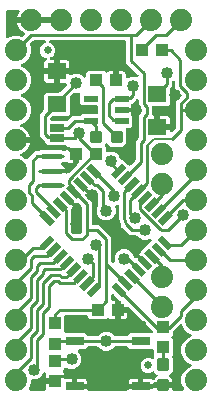
<source format=gbr>
G04 EAGLE Gerber RS-274X export*
G75*
%MOMM*%
%FSLAX34Y34*%
%LPD*%
%INTop Copper*%
%IPPOS*%
%AMOC8*
5,1,8,0,0,1.08239X$1,22.5*%
G01*
%ADD10R,1.100000X1.000000*%
%ADD11R,1.600000X1.400000*%
%ADD12C,0.300000*%
%ADD13R,1.000000X1.100000*%
%ADD14R,1.200000X0.550000*%
%ADD15C,1.879600*%
%ADD16R,1.270000X0.558800*%
%ADD17R,0.558800X1.270000*%
%ADD18C,0.635000*%
%ADD19R,1.270000X0.635000*%
%ADD20R,1.524000X0.762000*%
%ADD21C,0.450000*%
%ADD22C,0.254000*%
%ADD23C,1.016000*%
%ADD24C,0.203200*%

G36*
X21447Y199971D02*
X21447Y199971D01*
X21566Y199975D01*
X21604Y199986D01*
X21645Y199990D01*
X21757Y200030D01*
X21871Y200064D01*
X21906Y200084D01*
X21944Y200098D01*
X22043Y200165D01*
X22145Y200225D01*
X22190Y200265D01*
X22207Y200276D01*
X22221Y200292D01*
X22266Y200331D01*
X28499Y206565D01*
X31471Y206565D01*
X31480Y206566D01*
X31489Y206565D01*
X31638Y206586D01*
X31786Y206605D01*
X31795Y206608D01*
X31804Y206609D01*
X31956Y206661D01*
X34089Y207545D01*
X50747Y207545D01*
X52880Y206661D01*
X52889Y206659D01*
X52897Y206654D01*
X53042Y206617D01*
X53186Y206577D01*
X53196Y206577D01*
X53205Y206575D01*
X53365Y206565D01*
X54072Y206565D01*
X54190Y206580D01*
X54309Y206587D01*
X54347Y206600D01*
X54388Y206605D01*
X54498Y206648D01*
X54611Y206685D01*
X54646Y206707D01*
X54683Y206722D01*
X54779Y206791D01*
X54880Y206855D01*
X54908Y206885D01*
X54941Y206908D01*
X55017Y207000D01*
X55098Y207087D01*
X55118Y207122D01*
X55143Y207153D01*
X55194Y207261D01*
X55252Y207365D01*
X55262Y207405D01*
X55279Y207441D01*
X55301Y207558D01*
X55331Y207673D01*
X55335Y207733D01*
X55339Y207753D01*
X55337Y207774D01*
X55341Y207834D01*
X55341Y209550D01*
X55545Y210309D01*
X55562Y210434D01*
X55585Y210558D01*
X55583Y210591D01*
X55588Y210625D01*
X55573Y210750D01*
X55566Y210875D01*
X55555Y210907D01*
X55551Y210940D01*
X55506Y211058D01*
X55468Y211177D01*
X55450Y211206D01*
X55437Y211237D01*
X55365Y211340D01*
X55297Y211446D01*
X55273Y211469D01*
X55253Y211497D01*
X55157Y211578D01*
X55066Y211664D01*
X55036Y211680D01*
X55011Y211702D01*
X54897Y211757D01*
X54787Y211818D01*
X54755Y211826D01*
X54724Y211841D01*
X54601Y211866D01*
X54479Y211897D01*
X54431Y211900D01*
X54413Y211904D01*
X54391Y211903D01*
X54319Y211907D01*
X39377Y211907D01*
X37578Y213706D01*
X37576Y213783D01*
X37559Y213841D01*
X37551Y213901D01*
X37515Y213993D01*
X37487Y214088D01*
X37457Y214140D01*
X37434Y214197D01*
X37376Y214277D01*
X37326Y214362D01*
X37260Y214437D01*
X37248Y214454D01*
X37238Y214462D01*
X37220Y214483D01*
X32511Y219191D01*
X32511Y237979D01*
X35570Y241037D01*
X35630Y241115D01*
X35698Y241188D01*
X35727Y241241D01*
X35764Y241288D01*
X35804Y241379D01*
X35852Y241466D01*
X35867Y241525D01*
X35891Y241580D01*
X35906Y241678D01*
X35931Y241774D01*
X35937Y241874D01*
X35941Y241894D01*
X35939Y241907D01*
X35941Y241935D01*
X35941Y254613D01*
X37727Y256399D01*
X49105Y256399D01*
X49204Y256411D01*
X49303Y256414D01*
X49361Y256431D01*
X49421Y256439D01*
X49513Y256475D01*
X49608Y256503D01*
X49660Y256533D01*
X49717Y256556D01*
X49797Y256614D01*
X49882Y256664D01*
X49957Y256730D01*
X49974Y256742D01*
X49982Y256752D01*
X50003Y256770D01*
X55000Y261767D01*
X55060Y261845D01*
X55128Y261918D01*
X55157Y261971D01*
X55194Y262018D01*
X55234Y262109D01*
X55282Y262196D01*
X55297Y262255D01*
X55321Y262310D01*
X55336Y262408D01*
X55361Y262504D01*
X55367Y262604D01*
X55371Y262624D01*
X55369Y262637D01*
X55371Y262665D01*
X55371Y263540D01*
X55356Y263658D01*
X55349Y263777D01*
X55336Y263815D01*
X55331Y263856D01*
X55288Y263966D01*
X55251Y264079D01*
X55229Y264114D01*
X55214Y264151D01*
X55145Y264247D01*
X55081Y264348D01*
X55051Y264376D01*
X55028Y264409D01*
X54936Y264485D01*
X54849Y264566D01*
X54814Y264586D01*
X54783Y264611D01*
X54675Y264662D01*
X54571Y264720D01*
X54531Y264730D01*
X54495Y264747D01*
X54378Y264769D01*
X54263Y264799D01*
X54203Y264803D01*
X54183Y264807D01*
X54162Y264805D01*
X54102Y264809D01*
X49529Y264809D01*
X49529Y271811D01*
X57673Y271811D01*
X57688Y271774D01*
X57717Y271734D01*
X57739Y271689D01*
X57810Y271606D01*
X57874Y271517D01*
X57913Y271485D01*
X57945Y271447D01*
X58035Y271384D01*
X58119Y271314D01*
X58164Y271293D01*
X58205Y271264D01*
X58308Y271225D01*
X58407Y271179D01*
X58456Y271169D01*
X58502Y271152D01*
X58612Y271139D01*
X58719Y271119D01*
X58769Y271122D01*
X58818Y271116D01*
X58927Y271132D01*
X59037Y271139D01*
X59084Y271154D01*
X59133Y271161D01*
X59286Y271213D01*
X61883Y272289D01*
X65117Y272289D01*
X68105Y271051D01*
X69685Y269471D01*
X69795Y269386D01*
X69901Y269297D01*
X69920Y269289D01*
X69936Y269276D01*
X70064Y269221D01*
X70189Y269162D01*
X70209Y269158D01*
X70228Y269150D01*
X70366Y269128D01*
X70502Y269102D01*
X70522Y269103D01*
X70542Y269100D01*
X70681Y269113D01*
X70819Y269122D01*
X70838Y269128D01*
X70858Y269130D01*
X70990Y269177D01*
X71121Y269220D01*
X71139Y269231D01*
X71158Y269238D01*
X71273Y269316D01*
X71390Y269390D01*
X71404Y269405D01*
X71421Y269416D01*
X71513Y269520D01*
X71608Y269622D01*
X71618Y269639D01*
X71631Y269655D01*
X71695Y269779D01*
X71762Y269900D01*
X71767Y269920D01*
X71776Y269938D01*
X71806Y270074D01*
X71841Y270208D01*
X71843Y270236D01*
X71846Y270248D01*
X71845Y270269D01*
X71851Y270369D01*
X71851Y272963D01*
X73637Y274749D01*
X87163Y274749D01*
X88362Y273550D01*
X88456Y273477D01*
X88545Y273398D01*
X88581Y273380D01*
X88613Y273355D01*
X88722Y273308D01*
X88828Y273253D01*
X88868Y273245D01*
X88905Y273229D01*
X89023Y273210D01*
X89139Y273184D01*
X89179Y273185D01*
X89219Y273179D01*
X89338Y273190D01*
X89457Y273194D01*
X89495Y273205D01*
X89536Y273209D01*
X89648Y273249D01*
X89762Y273282D01*
X89797Y273302D01*
X89835Y273316D01*
X89933Y273383D01*
X90036Y273443D01*
X90081Y273483D01*
X90098Y273495D01*
X90112Y273510D01*
X90157Y273550D01*
X90340Y273733D01*
X90919Y274068D01*
X91566Y274241D01*
X94901Y274241D01*
X94901Y267930D01*
X94916Y267812D01*
X94923Y267693D01*
X94935Y267655D01*
X94941Y267615D01*
X94984Y267504D01*
X95021Y267391D01*
X95043Y267357D01*
X95058Y267319D01*
X95127Y267223D01*
X95191Y267122D01*
X95221Y267094D01*
X95244Y267062D01*
X95336Y266986D01*
X95423Y266904D01*
X95458Y266885D01*
X95489Y266859D01*
X95597Y266808D01*
X95701Y266751D01*
X95741Y266741D01*
X95777Y266723D01*
X95894Y266701D01*
X96009Y266671D01*
X96069Y266667D01*
X96089Y266664D01*
X96110Y266665D01*
X96170Y266661D01*
X98630Y266661D01*
X98748Y266676D01*
X98867Y266683D01*
X98905Y266696D01*
X98946Y266701D01*
X99056Y266745D01*
X99169Y266781D01*
X99204Y266803D01*
X99241Y266818D01*
X99337Y266888D01*
X99438Y266951D01*
X99466Y266981D01*
X99499Y267005D01*
X99575Y267096D01*
X99656Y267183D01*
X99676Y267218D01*
X99701Y267250D01*
X99752Y267357D01*
X99810Y267462D01*
X99820Y267501D01*
X99837Y267537D01*
X99859Y267654D01*
X99889Y267770D01*
X99893Y267830D01*
X99897Y267850D01*
X99895Y267870D01*
X99899Y267930D01*
X99899Y274241D01*
X103234Y274241D01*
X103881Y274068D01*
X104460Y273733D01*
X104933Y273260D01*
X105268Y272681D01*
X105441Y272034D01*
X105441Y269701D01*
X105447Y269651D01*
X105445Y269602D01*
X105467Y269494D01*
X105481Y269385D01*
X105499Y269339D01*
X105509Y269290D01*
X105557Y269191D01*
X105598Y269089D01*
X105627Y269049D01*
X105649Y269004D01*
X105720Y268921D01*
X105784Y268832D01*
X105823Y268800D01*
X105855Y268762D01*
X105945Y268699D01*
X106029Y268629D01*
X106074Y268608D01*
X106115Y268579D01*
X106218Y268540D01*
X106317Y268494D01*
X106366Y268484D01*
X106412Y268467D01*
X106522Y268454D01*
X106629Y268434D01*
X106679Y268437D01*
X106728Y268431D01*
X106837Y268447D01*
X106947Y268454D01*
X106994Y268469D01*
X107043Y268476D01*
X107196Y268528D01*
X110143Y269749D01*
X113377Y269749D01*
X114576Y269252D01*
X114624Y269239D01*
X114669Y269218D01*
X114777Y269197D01*
X114883Y269168D01*
X114933Y269167D01*
X114982Y269158D01*
X115091Y269165D01*
X115201Y269163D01*
X115249Y269175D01*
X115299Y269178D01*
X115403Y269211D01*
X115510Y269237D01*
X115554Y269260D01*
X115601Y269276D01*
X115694Y269334D01*
X115791Y269386D01*
X115828Y269419D01*
X115870Y269446D01*
X115945Y269526D01*
X116027Y269600D01*
X116054Y269641D01*
X116088Y269677D01*
X116141Y269774D01*
X116201Y269865D01*
X116218Y269912D01*
X116242Y269956D01*
X116269Y270062D01*
X116305Y270166D01*
X116309Y270216D01*
X116321Y270264D01*
X116331Y270425D01*
X116331Y270735D01*
X116319Y270834D01*
X116316Y270933D01*
X116299Y270991D01*
X116291Y271051D01*
X116255Y271143D01*
X116227Y271238D01*
X116197Y271290D01*
X116174Y271347D01*
X116116Y271427D01*
X116066Y271512D01*
X116000Y271587D01*
X115988Y271604D01*
X115978Y271612D01*
X115960Y271633D01*
X105917Y281675D01*
X105917Y299212D01*
X105902Y299330D01*
X105895Y299449D01*
X105882Y299487D01*
X105877Y299528D01*
X105834Y299638D01*
X105797Y299751D01*
X105775Y299786D01*
X105760Y299823D01*
X105691Y299919D01*
X105627Y300020D01*
X105597Y300048D01*
X105574Y300081D01*
X105482Y300157D01*
X105395Y300238D01*
X105360Y300258D01*
X105329Y300283D01*
X105221Y300334D01*
X105117Y300392D01*
X105077Y300402D01*
X105041Y300419D01*
X104924Y300441D01*
X104809Y300471D01*
X104749Y300475D01*
X104729Y300479D01*
X104708Y300477D01*
X104648Y300481D01*
X41780Y300481D01*
X41711Y300473D01*
X41641Y300474D01*
X41554Y300453D01*
X41465Y300441D01*
X41400Y300416D01*
X41332Y300399D01*
X41252Y300357D01*
X41169Y300324D01*
X41113Y300283D01*
X41051Y300251D01*
X40984Y300190D01*
X40912Y300138D01*
X40867Y300084D01*
X40815Y300037D01*
X40766Y299962D01*
X40709Y299893D01*
X40679Y299829D01*
X40641Y299771D01*
X40611Y299686D01*
X40573Y299605D01*
X40560Y299536D01*
X40537Y299470D01*
X40530Y299381D01*
X40513Y299293D01*
X40518Y299223D01*
X40512Y299153D01*
X40528Y299065D01*
X40533Y298975D01*
X40555Y298909D01*
X40567Y298840D01*
X40604Y298758D01*
X40631Y298673D01*
X40669Y298614D01*
X40697Y298550D01*
X40753Y298480D01*
X40801Y298404D01*
X40852Y298356D01*
X40896Y298302D01*
X40968Y298247D01*
X41033Y298186D01*
X41094Y298152D01*
X41150Y298110D01*
X41294Y298039D01*
X42895Y297376D01*
X44646Y295625D01*
X45594Y293338D01*
X45594Y290862D01*
X44646Y288575D01*
X42895Y286824D01*
X41710Y286333D01*
X41649Y286298D01*
X41584Y286272D01*
X41512Y286220D01*
X41433Y286175D01*
X41383Y286127D01*
X41327Y286086D01*
X41269Y286016D01*
X41205Y285954D01*
X41169Y285894D01*
X41124Y285841D01*
X41086Y285759D01*
X41039Y285683D01*
X41018Y285616D01*
X40988Y285553D01*
X40972Y285465D01*
X40945Y285379D01*
X40942Y285309D01*
X40929Y285240D01*
X40934Y285151D01*
X40930Y285061D01*
X40944Y284993D01*
X40948Y284923D01*
X40976Y284838D01*
X40994Y284750D01*
X41025Y284687D01*
X41046Y284621D01*
X41095Y284545D01*
X41134Y284464D01*
X41179Y284411D01*
X41217Y284352D01*
X41282Y284290D01*
X41340Y284222D01*
X41397Y284182D01*
X41448Y284134D01*
X41527Y284091D01*
X41600Y284039D01*
X41666Y284014D01*
X41727Y283980D01*
X41814Y283958D01*
X41898Y283926D01*
X41967Y283918D01*
X42035Y283901D01*
X42195Y283891D01*
X44451Y283891D01*
X44451Y276889D01*
X36449Y276889D01*
X36449Y281684D01*
X36622Y282331D01*
X36957Y282910D01*
X37430Y283383D01*
X38009Y283717D01*
X38054Y283751D01*
X38103Y283778D01*
X38180Y283847D01*
X38262Y283909D01*
X38297Y283954D01*
X38339Y283992D01*
X38395Y284078D01*
X38460Y284159D01*
X38483Y284210D01*
X38514Y284257D01*
X38547Y284355D01*
X38589Y284449D01*
X38598Y284505D01*
X38617Y284558D01*
X38625Y284661D01*
X38642Y284763D01*
X38637Y284819D01*
X38642Y284875D01*
X38624Y284977D01*
X38616Y285080D01*
X38597Y285133D01*
X38588Y285188D01*
X38545Y285283D01*
X38511Y285380D01*
X38480Y285427D01*
X38457Y285478D01*
X38392Y285559D01*
X38336Y285645D01*
X38294Y285683D01*
X38258Y285727D01*
X38176Y285789D01*
X38099Y285858D01*
X38049Y285884D01*
X38004Y285918D01*
X37860Y285989D01*
X35845Y286824D01*
X34094Y288575D01*
X33146Y290862D01*
X33146Y293338D01*
X34094Y295625D01*
X35845Y297376D01*
X37446Y298039D01*
X37506Y298074D01*
X37571Y298100D01*
X37644Y298152D01*
X37722Y298197D01*
X37772Y298245D01*
X37828Y298286D01*
X37886Y298356D01*
X37950Y298418D01*
X37987Y298478D01*
X38031Y298531D01*
X38070Y298613D01*
X38117Y298689D01*
X38137Y298756D01*
X38167Y298819D01*
X38184Y298907D01*
X38210Y298993D01*
X38213Y299063D01*
X38227Y299132D01*
X38221Y299221D01*
X38225Y299311D01*
X38211Y299379D01*
X38207Y299449D01*
X38179Y299534D01*
X38161Y299622D01*
X38130Y299685D01*
X38109Y299751D01*
X38061Y299827D01*
X38021Y299908D01*
X37976Y299961D01*
X37939Y300020D01*
X37873Y300082D01*
X37815Y300150D01*
X37758Y300190D01*
X37707Y300238D01*
X37628Y300281D01*
X37555Y300333D01*
X37490Y300358D01*
X37429Y300392D01*
X37342Y300414D01*
X37258Y300446D01*
X37188Y300454D01*
X37121Y300471D01*
X36960Y300481D01*
X27715Y300481D01*
X27616Y300469D01*
X27517Y300466D01*
X27459Y300449D01*
X27399Y300441D01*
X27307Y300405D01*
X27212Y300377D01*
X27160Y300347D01*
X27103Y300324D01*
X27023Y300266D01*
X26938Y300216D01*
X26863Y300150D01*
X26846Y300138D01*
X26838Y300128D01*
X26817Y300110D01*
X24615Y297907D01*
X24597Y297884D01*
X24574Y297865D01*
X24500Y297759D01*
X24420Y297656D01*
X24408Y297629D01*
X24391Y297605D01*
X24345Y297483D01*
X24294Y297364D01*
X24289Y297335D01*
X24278Y297307D01*
X24264Y297178D01*
X24244Y297050D01*
X24247Y297021D01*
X24243Y296991D01*
X24261Y296863D01*
X24274Y296733D01*
X24284Y296706D01*
X24288Y296676D01*
X24340Y296524D01*
X25147Y294576D01*
X25147Y289624D01*
X23252Y285050D01*
X19750Y281548D01*
X17395Y280573D01*
X17275Y280504D01*
X17152Y280439D01*
X17137Y280425D01*
X17119Y280415D01*
X17019Y280318D01*
X16916Y280225D01*
X16905Y280208D01*
X16891Y280194D01*
X16818Y280075D01*
X16742Y279959D01*
X16735Y279940D01*
X16724Y279923D01*
X16684Y279790D01*
X16638Y279658D01*
X16637Y279638D01*
X16631Y279619D01*
X16624Y279480D01*
X16613Y279341D01*
X16617Y279321D01*
X16616Y279301D01*
X16644Y279165D01*
X16668Y279028D01*
X16676Y279009D01*
X16680Y278990D01*
X16741Y278864D01*
X16798Y278738D01*
X16811Y278722D01*
X16820Y278704D01*
X16910Y278598D01*
X16997Y278490D01*
X17013Y278477D01*
X17026Y278462D01*
X17140Y278382D01*
X17251Y278298D01*
X17276Y278286D01*
X17286Y278279D01*
X17305Y278272D01*
X17395Y278227D01*
X19750Y277252D01*
X23252Y273750D01*
X25147Y269176D01*
X25147Y264224D01*
X23252Y259650D01*
X19750Y256148D01*
X17395Y255173D01*
X17275Y255104D01*
X17152Y255039D01*
X17137Y255025D01*
X17119Y255015D01*
X17019Y254918D01*
X16916Y254825D01*
X16905Y254808D01*
X16891Y254794D01*
X16818Y254675D01*
X16742Y254559D01*
X16735Y254540D01*
X16724Y254523D01*
X16684Y254390D01*
X16638Y254258D01*
X16637Y254238D01*
X16631Y254219D01*
X16624Y254080D01*
X16613Y253941D01*
X16617Y253921D01*
X16616Y253901D01*
X16644Y253765D01*
X16668Y253628D01*
X16676Y253609D01*
X16680Y253590D01*
X16741Y253464D01*
X16798Y253338D01*
X16811Y253322D01*
X16820Y253304D01*
X16910Y253198D01*
X16997Y253090D01*
X17013Y253077D01*
X17026Y253062D01*
X17140Y252982D01*
X17251Y252898D01*
X17276Y252886D01*
X17286Y252879D01*
X17305Y252872D01*
X17395Y252827D01*
X19750Y251852D01*
X23252Y248350D01*
X25147Y243776D01*
X25147Y238824D01*
X23252Y234250D01*
X19750Y230748D01*
X16725Y229495D01*
X16699Y229480D01*
X16670Y229471D01*
X16561Y229401D01*
X16448Y229337D01*
X16427Y229316D01*
X16402Y229300D01*
X16313Y229206D01*
X16220Y229116D01*
X16204Y229090D01*
X16184Y229069D01*
X16121Y228955D01*
X16054Y228845D01*
X16045Y228816D01*
X16031Y228790D01*
X15998Y228665D01*
X15960Y228541D01*
X15959Y228511D01*
X15951Y228482D01*
X15951Y228352D01*
X15945Y228223D01*
X15951Y228194D01*
X15951Y228164D01*
X15983Y228039D01*
X16009Y227912D01*
X16022Y227885D01*
X16030Y227856D01*
X16092Y227743D01*
X16149Y227626D01*
X16168Y227603D01*
X16183Y227577D01*
X16271Y227483D01*
X16355Y227384D01*
X16380Y227367D01*
X16400Y227345D01*
X16509Y227276D01*
X16615Y227201D01*
X16643Y227190D01*
X16669Y227174D01*
X16818Y227115D01*
X17283Y226964D01*
X18957Y226111D01*
X20478Y225006D01*
X21806Y223678D01*
X22911Y222157D01*
X23764Y220483D01*
X24345Y218696D01*
X24385Y218439D01*
X13970Y218439D01*
X13852Y218424D01*
X13733Y218417D01*
X13695Y218404D01*
X13655Y218399D01*
X13544Y218356D01*
X13431Y218319D01*
X13397Y218297D01*
X13359Y218282D01*
X13263Y218212D01*
X13162Y218149D01*
X13134Y218119D01*
X13102Y218095D01*
X13026Y218004D01*
X12944Y217917D01*
X12925Y217882D01*
X12899Y217851D01*
X12848Y217743D01*
X12791Y217639D01*
X12780Y217599D01*
X12763Y217563D01*
X12741Y217446D01*
X12711Y217331D01*
X12707Y217270D01*
X12703Y217250D01*
X12705Y217230D01*
X12701Y217170D01*
X12701Y214630D01*
X12716Y214512D01*
X12723Y214393D01*
X12736Y214355D01*
X12741Y214314D01*
X12785Y214204D01*
X12821Y214091D01*
X12843Y214056D01*
X12858Y214019D01*
X12928Y213923D01*
X12991Y213822D01*
X13021Y213794D01*
X13045Y213761D01*
X13136Y213686D01*
X13223Y213604D01*
X13258Y213584D01*
X13290Y213559D01*
X13397Y213508D01*
X13502Y213450D01*
X13541Y213440D01*
X13577Y213423D01*
X13694Y213401D01*
X13809Y213371D01*
X13870Y213367D01*
X13890Y213363D01*
X13910Y213365D01*
X13970Y213361D01*
X24385Y213361D01*
X24345Y213104D01*
X23764Y211317D01*
X22911Y209643D01*
X21806Y208122D01*
X20478Y206794D01*
X18957Y205689D01*
X17283Y204836D01*
X16818Y204685D01*
X16791Y204672D01*
X16762Y204665D01*
X16648Y204605D01*
X16530Y204550D01*
X16507Y204531D01*
X16481Y204517D01*
X16385Y204430D01*
X16285Y204347D01*
X16268Y204323D01*
X16246Y204303D01*
X16174Y204194D01*
X16098Y204090D01*
X16087Y204062D01*
X16071Y204037D01*
X16029Y203914D01*
X15981Y203794D01*
X15977Y203764D01*
X15968Y203736D01*
X15957Y203607D01*
X15941Y203479D01*
X15945Y203449D01*
X15942Y203419D01*
X15965Y203291D01*
X15981Y203163D01*
X15992Y203135D01*
X15997Y203106D01*
X16050Y202988D01*
X16098Y202867D01*
X16115Y202843D01*
X16127Y202816D01*
X16208Y202715D01*
X16284Y202610D01*
X16307Y202591D01*
X16326Y202567D01*
X16430Y202489D01*
X16529Y202407D01*
X16556Y202394D01*
X16580Y202376D01*
X16725Y202305D01*
X19751Y201052D01*
X20471Y200331D01*
X20565Y200259D01*
X20654Y200180D01*
X20690Y200161D01*
X20722Y200137D01*
X20831Y200089D01*
X20937Y200035D01*
X20977Y200026D01*
X21014Y200010D01*
X21132Y199991D01*
X21248Y199965D01*
X21288Y199967D01*
X21328Y199960D01*
X21447Y199971D01*
G37*
G36*
X106798Y4080D02*
X106798Y4080D01*
X106917Y4087D01*
X106955Y4100D01*
X106996Y4105D01*
X107106Y4148D01*
X107219Y4185D01*
X107254Y4207D01*
X107291Y4222D01*
X107387Y4291D01*
X107488Y4355D01*
X107516Y4385D01*
X107549Y4408D01*
X107625Y4500D01*
X107706Y4587D01*
X107726Y4622D01*
X107751Y4653D01*
X107802Y4761D01*
X107860Y4865D01*
X107870Y4905D01*
X107887Y4941D01*
X107909Y5058D01*
X107939Y5173D01*
X107943Y5233D01*
X107947Y5253D01*
X107945Y5274D01*
X107949Y5334D01*
X107949Y5716D01*
X117475Y5716D01*
X117593Y5731D01*
X117712Y5738D01*
X117750Y5750D01*
X117790Y5756D01*
X117901Y5799D01*
X118014Y5836D01*
X118048Y5858D01*
X118086Y5873D01*
X118112Y5891D01*
X118172Y5863D01*
X118277Y5805D01*
X118316Y5795D01*
X118352Y5778D01*
X118469Y5756D01*
X118585Y5726D01*
X118645Y5722D01*
X118665Y5718D01*
X118685Y5720D01*
X118745Y5716D01*
X128350Y5716D01*
X128468Y5731D01*
X128587Y5738D01*
X128625Y5750D01*
X128666Y5756D01*
X128776Y5799D01*
X128889Y5836D01*
X128924Y5858D01*
X128961Y5873D01*
X129057Y5942D01*
X129153Y6003D01*
X135930Y6003D01*
X136048Y6018D01*
X136167Y6025D01*
X136205Y6037D01*
X136245Y6043D01*
X136356Y6086D01*
X136469Y6123D01*
X136503Y6145D01*
X136541Y6160D01*
X136637Y6229D01*
X136738Y6293D01*
X136766Y6323D01*
X136798Y6346D01*
X136874Y6438D01*
X136956Y6525D01*
X136975Y6560D01*
X137001Y6591D01*
X137052Y6699D01*
X137109Y6803D01*
X137119Y6843D01*
X137137Y6879D01*
X137157Y6986D01*
X137161Y6956D01*
X137205Y6846D01*
X137241Y6733D01*
X137263Y6698D01*
X137278Y6661D01*
X137348Y6564D01*
X137411Y6464D01*
X137441Y6436D01*
X137465Y6403D01*
X137556Y6327D01*
X137643Y6246D01*
X137678Y6226D01*
X137710Y6201D01*
X137817Y6150D01*
X137922Y6092D01*
X137961Y6082D01*
X137997Y6065D01*
X138114Y6043D01*
X138230Y6013D01*
X138290Y6009D01*
X138310Y6005D01*
X138330Y6007D01*
X138390Y6003D01*
X144701Y6003D01*
X144701Y5334D01*
X144716Y5216D01*
X144723Y5097D01*
X144736Y5059D01*
X144741Y5018D01*
X144784Y4908D01*
X144821Y4795D01*
X144843Y4760D01*
X144858Y4723D01*
X144927Y4627D01*
X144991Y4526D01*
X145021Y4498D01*
X145044Y4465D01*
X145136Y4389D01*
X145223Y4308D01*
X145258Y4288D01*
X145289Y4263D01*
X145397Y4212D01*
X145501Y4154D01*
X145541Y4144D01*
X145577Y4127D01*
X145694Y4105D01*
X145809Y4075D01*
X145869Y4071D01*
X145889Y4067D01*
X145910Y4069D01*
X145970Y4065D01*
X153305Y4065D01*
X153354Y4071D01*
X153404Y4069D01*
X153511Y4091D01*
X153621Y4105D01*
X153667Y4123D01*
X153715Y4133D01*
X153814Y4181D01*
X153916Y4222D01*
X153956Y4251D01*
X154001Y4273D01*
X154085Y4344D01*
X154174Y4408D01*
X154205Y4447D01*
X154243Y4479D01*
X154306Y4569D01*
X154376Y4653D01*
X154398Y4698D01*
X154426Y4739D01*
X154465Y4842D01*
X154512Y4941D01*
X154521Y4990D01*
X154539Y5036D01*
X154551Y5146D01*
X154572Y5253D01*
X154569Y5303D01*
X154574Y5352D01*
X154559Y5461D01*
X154552Y5571D01*
X154537Y5618D01*
X154530Y5667D01*
X154478Y5820D01*
X152653Y10224D01*
X152653Y15176D01*
X154548Y19750D01*
X158050Y23252D01*
X160405Y24227D01*
X160525Y24296D01*
X160648Y24361D01*
X160663Y24375D01*
X160681Y24385D01*
X160781Y24482D01*
X160884Y24575D01*
X160895Y24592D01*
X160909Y24606D01*
X160982Y24725D01*
X161058Y24841D01*
X161065Y24860D01*
X161076Y24877D01*
X161117Y25010D01*
X161162Y25142D01*
X161163Y25162D01*
X161169Y25181D01*
X161176Y25320D01*
X161187Y25459D01*
X161183Y25479D01*
X161184Y25499D01*
X161156Y25635D01*
X161132Y25772D01*
X161124Y25791D01*
X161120Y25810D01*
X161059Y25936D01*
X161002Y26062D01*
X160989Y26078D01*
X160980Y26096D01*
X160890Y26202D01*
X160803Y26310D01*
X160787Y26323D01*
X160774Y26338D01*
X160660Y26418D01*
X160549Y26502D01*
X160524Y26514D01*
X160514Y26521D01*
X160495Y26528D01*
X160405Y26573D01*
X158049Y27548D01*
X154548Y31050D01*
X152653Y35624D01*
X152653Y40576D01*
X154548Y45150D01*
X158050Y48652D01*
X160405Y49627D01*
X160525Y49696D01*
X160648Y49761D01*
X160663Y49775D01*
X160681Y49785D01*
X160781Y49882D01*
X160884Y49975D01*
X160895Y49992D01*
X160909Y50006D01*
X160982Y50125D01*
X161058Y50241D01*
X161065Y50260D01*
X161076Y50277D01*
X161117Y50410D01*
X161162Y50542D01*
X161163Y50562D01*
X161169Y50581D01*
X161176Y50720D01*
X161187Y50859D01*
X161183Y50879D01*
X161184Y50899D01*
X161156Y51035D01*
X161132Y51172D01*
X161124Y51191D01*
X161120Y51210D01*
X161059Y51336D01*
X161002Y51462D01*
X160989Y51478D01*
X160980Y51496D01*
X160890Y51602D01*
X160803Y51710D01*
X160787Y51723D01*
X160774Y51738D01*
X160660Y51818D01*
X160549Y51902D01*
X160524Y51914D01*
X160514Y51921D01*
X160495Y51928D01*
X160405Y51973D01*
X158049Y52948D01*
X154548Y56450D01*
X153254Y59574D01*
X153229Y59617D01*
X153212Y59664D01*
X153151Y59755D01*
X153096Y59851D01*
X153062Y59886D01*
X153034Y59927D01*
X152951Y60000D01*
X152875Y60079D01*
X152833Y60105D01*
X152795Y60138D01*
X152698Y60188D01*
X152604Y60245D01*
X152556Y60260D01*
X152512Y60282D01*
X152405Y60307D01*
X152300Y60339D01*
X152250Y60341D01*
X152202Y60352D01*
X152092Y60349D01*
X151982Y60354D01*
X151934Y60344D01*
X151884Y60342D01*
X151778Y60312D01*
X151671Y60290D01*
X151626Y60268D01*
X151578Y60254D01*
X151484Y60198D01*
X151385Y60150D01*
X151347Y60118D01*
X151305Y60092D01*
X151184Y59986D01*
X145580Y54383D01*
X145520Y54305D01*
X145452Y54232D01*
X145423Y54179D01*
X145386Y54132D01*
X145346Y54041D01*
X145298Y53954D01*
X145283Y53895D01*
X145259Y53840D01*
X145244Y53742D01*
X145219Y53646D01*
X145213Y53546D01*
X145209Y53526D01*
X145211Y53513D01*
X145209Y53485D01*
X145209Y50759D01*
X144369Y49920D01*
X144296Y49826D01*
X144217Y49736D01*
X144199Y49700D01*
X144174Y49668D01*
X144127Y49559D01*
X144073Y49453D01*
X144064Y49414D01*
X144048Y49376D01*
X144029Y49259D01*
X144003Y49143D01*
X144004Y49102D01*
X143998Y49062D01*
X144009Y48944D01*
X144013Y48825D01*
X144024Y48786D01*
X144028Y48746D01*
X144068Y48633D01*
X144101Y48519D01*
X144122Y48485D01*
X144135Y48446D01*
X144202Y48348D01*
X144263Y48245D01*
X144303Y48200D01*
X144314Y48183D01*
X144329Y48170D01*
X144369Y48125D01*
X145209Y47285D01*
X145209Y33759D01*
X144940Y33490D01*
X144867Y33396D01*
X144788Y33307D01*
X144770Y33271D01*
X144745Y33239D01*
X144697Y33130D01*
X144643Y33024D01*
X144635Y32984D01*
X144618Y32947D01*
X144600Y32829D01*
X144574Y32713D01*
X144575Y32673D01*
X144569Y32633D01*
X144580Y32514D01*
X144583Y32395D01*
X144595Y32357D01*
X144598Y32316D01*
X144639Y32204D01*
X144672Y32090D01*
X144692Y32055D01*
X144706Y32017D01*
X144773Y31919D01*
X144833Y31816D01*
X144873Y31771D01*
X144885Y31754D01*
X144900Y31740D01*
X144940Y31695D01*
X145209Y31426D01*
X145209Y20658D01*
X142184Y17633D01*
X142107Y17534D01*
X142025Y17438D01*
X142010Y17408D01*
X141989Y17382D01*
X141939Y17266D01*
X141883Y17154D01*
X141876Y17121D01*
X141863Y17090D01*
X141843Y16965D01*
X141817Y16843D01*
X141818Y16809D01*
X141813Y16776D01*
X141825Y16650D01*
X141830Y16525D01*
X141839Y16493D01*
X141843Y16459D01*
X141885Y16340D01*
X141921Y16220D01*
X141939Y16192D01*
X141950Y16160D01*
X142021Y16056D01*
X142086Y15948D01*
X142110Y15925D01*
X142129Y15897D01*
X142223Y15814D01*
X142313Y15725D01*
X142353Y15698D01*
X142367Y15686D01*
X142386Y15676D01*
X142447Y15636D01*
X143141Y15235D01*
X143893Y14483D01*
X144425Y13562D01*
X144701Y12534D01*
X144701Y11001D01*
X138390Y11001D01*
X138272Y10986D01*
X138153Y10979D01*
X138115Y10966D01*
X138075Y10961D01*
X137964Y10918D01*
X137851Y10881D01*
X137817Y10859D01*
X137779Y10844D01*
X137683Y10775D01*
X137582Y10711D01*
X137554Y10681D01*
X137522Y10658D01*
X137446Y10566D01*
X137364Y10479D01*
X137345Y10444D01*
X137319Y10413D01*
X137268Y10305D01*
X137211Y10201D01*
X137201Y10161D01*
X137183Y10125D01*
X137163Y10018D01*
X137159Y10048D01*
X137115Y10158D01*
X137079Y10271D01*
X137057Y10306D01*
X137042Y10343D01*
X136972Y10439D01*
X136909Y10540D01*
X136879Y10568D01*
X136855Y10601D01*
X136764Y10677D01*
X136677Y10758D01*
X136642Y10778D01*
X136610Y10803D01*
X136503Y10854D01*
X136398Y10912D01*
X136359Y10922D01*
X136323Y10939D01*
X136206Y10961D01*
X136090Y10991D01*
X136030Y10995D01*
X136010Y10999D01*
X135990Y10997D01*
X135930Y11001D01*
X129540Y11001D01*
X129422Y10986D01*
X129303Y10979D01*
X129265Y10966D01*
X129224Y10961D01*
X129114Y10918D01*
X129001Y10881D01*
X128966Y10859D01*
X128929Y10844D01*
X128833Y10775D01*
X128732Y10711D01*
X128704Y10681D01*
X128671Y10658D01*
X128595Y10566D01*
X128514Y10479D01*
X128494Y10444D01*
X128469Y10413D01*
X128418Y10305D01*
X128360Y10201D01*
X128350Y10161D01*
X128333Y10125D01*
X128311Y10008D01*
X128281Y9893D01*
X128277Y9833D01*
X128273Y9813D01*
X128275Y9792D01*
X128271Y9732D01*
X128271Y9524D01*
X120014Y9524D01*
X120014Y13971D01*
X126064Y13971D01*
X126711Y13798D01*
X127290Y13463D01*
X127769Y12984D01*
X127874Y12903D01*
X127975Y12818D01*
X127999Y12806D01*
X128020Y12789D01*
X128141Y12737D01*
X128261Y12679D01*
X128287Y12674D01*
X128312Y12663D01*
X128443Y12642D01*
X128573Y12616D01*
X128599Y12617D01*
X128626Y12613D01*
X128758Y12626D01*
X128890Y12632D01*
X128916Y12640D01*
X128943Y12643D01*
X129067Y12688D01*
X129194Y12727D01*
X129217Y12741D01*
X129242Y12750D01*
X129351Y12825D01*
X129464Y12895D01*
X129483Y12914D01*
X129505Y12929D01*
X129593Y13028D01*
X129685Y13124D01*
X129698Y13147D01*
X129716Y13167D01*
X129776Y13286D01*
X129841Y13401D01*
X129853Y13437D01*
X129860Y13451D01*
X129865Y13472D01*
X129892Y13553D01*
X129895Y13562D01*
X130427Y14483D01*
X131179Y15235D01*
X131873Y15636D01*
X131973Y15712D01*
X132077Y15783D01*
X132100Y15808D01*
X132127Y15829D01*
X132205Y15927D01*
X132288Y16021D01*
X132303Y16051D01*
X132324Y16078D01*
X132375Y16193D01*
X132433Y16305D01*
X132440Y16337D01*
X132454Y16368D01*
X132475Y16492D01*
X132502Y16615D01*
X132501Y16648D01*
X132507Y16682D01*
X132496Y16807D01*
X132493Y16933D01*
X132483Y16965D01*
X132480Y16999D01*
X132439Y17118D01*
X132404Y17238D01*
X132387Y17267D01*
X132376Y17299D01*
X132306Y17404D01*
X132243Y17512D01*
X132210Y17549D01*
X132200Y17564D01*
X132184Y17579D01*
X132136Y17633D01*
X129713Y20056D01*
X129619Y20129D01*
X129530Y20208D01*
X129494Y20226D01*
X129462Y20251D01*
X129352Y20299D01*
X129246Y20353D01*
X129207Y20361D01*
X129170Y20378D01*
X129052Y20396D01*
X128936Y20422D01*
X128896Y20421D01*
X128856Y20427D01*
X128737Y20416D01*
X128618Y20413D01*
X128579Y20401D01*
X128539Y20398D01*
X128427Y20357D01*
X128313Y20324D01*
X128278Y20304D01*
X128240Y20290D01*
X128141Y20223D01*
X128039Y20163D01*
X128003Y20131D01*
X125698Y19176D01*
X123222Y19176D01*
X120935Y20124D01*
X119184Y21875D01*
X118236Y24162D01*
X118236Y26638D01*
X119184Y28925D01*
X120935Y30676D01*
X123222Y31624D01*
X125698Y31624D01*
X127468Y30891D01*
X127496Y30883D01*
X127523Y30869D01*
X127650Y30841D01*
X127774Y30807D01*
X127804Y30806D01*
X127833Y30800D01*
X127962Y30804D01*
X128092Y30802D01*
X128121Y30809D01*
X128151Y30809D01*
X128275Y30845D01*
X128402Y30876D01*
X128428Y30890D01*
X128456Y30898D01*
X128568Y30964D01*
X128683Y31025D01*
X128705Y31044D01*
X128730Y31059D01*
X128851Y31166D01*
X129380Y31695D01*
X129453Y31789D01*
X129532Y31878D01*
X129550Y31915D01*
X129575Y31946D01*
X129623Y32056D01*
X129677Y32162D01*
X129685Y32201D01*
X129702Y32238D01*
X129720Y32356D01*
X129746Y32472D01*
X129745Y32512D01*
X129751Y32552D01*
X129740Y32671D01*
X129737Y32790D01*
X129725Y32829D01*
X129722Y32869D01*
X129681Y32981D01*
X129648Y33095D01*
X129628Y33130D01*
X129614Y33168D01*
X129547Y33267D01*
X129487Y33369D01*
X129447Y33415D01*
X129435Y33431D01*
X129420Y33445D01*
X129380Y33490D01*
X129111Y33759D01*
X129111Y37915D01*
X129094Y38053D01*
X129081Y38192D01*
X129074Y38211D01*
X129071Y38231D01*
X129020Y38360D01*
X128973Y38491D01*
X128962Y38508D01*
X128954Y38527D01*
X128873Y38639D01*
X128795Y38754D01*
X128779Y38768D01*
X128768Y38784D01*
X128660Y38873D01*
X128556Y38965D01*
X128538Y38974D01*
X128523Y38987D01*
X128397Y39046D01*
X128273Y39109D01*
X128253Y39114D01*
X128235Y39122D01*
X128099Y39148D01*
X127963Y39179D01*
X127942Y39178D01*
X127923Y39182D01*
X127784Y39174D01*
X127645Y39169D01*
X127625Y39164D01*
X127605Y39162D01*
X127473Y39119D01*
X127339Y39081D01*
X127322Y39071D01*
X127303Y39064D01*
X127185Y38990D01*
X127065Y38919D01*
X127044Y38901D01*
X127034Y38894D01*
X127020Y38879D01*
X126999Y38861D01*
X109227Y38861D01*
X107155Y40933D01*
X107151Y40940D01*
X107121Y40968D01*
X107098Y41001D01*
X107006Y41077D01*
X106919Y41158D01*
X106884Y41178D01*
X106853Y41203D01*
X106745Y41254D01*
X106641Y41312D01*
X106601Y41322D01*
X106565Y41339D01*
X106448Y41361D01*
X106333Y41391D01*
X106273Y41395D01*
X106253Y41399D01*
X106232Y41397D01*
X106172Y41401D01*
X96603Y41401D01*
X96505Y41389D01*
X96406Y41386D01*
X96347Y41369D01*
X96287Y41361D01*
X96195Y41325D01*
X96100Y41297D01*
X96048Y41267D01*
X95992Y41244D01*
X95912Y41186D01*
X95826Y41136D01*
X95751Y41070D01*
X95734Y41058D01*
X95726Y41048D01*
X95705Y41030D01*
X93505Y38829D01*
X90517Y37591D01*
X87283Y37591D01*
X84295Y38829D01*
X82095Y41030D01*
X82016Y41090D01*
X81944Y41158D01*
X81891Y41187D01*
X81843Y41224D01*
X81752Y41264D01*
X81666Y41312D01*
X81607Y41327D01*
X81552Y41351D01*
X81454Y41366D01*
X81358Y41391D01*
X81258Y41397D01*
X81237Y41401D01*
X81225Y41399D01*
X81197Y41401D01*
X74168Y41401D01*
X74050Y41386D01*
X73931Y41379D01*
X73893Y41366D01*
X73852Y41361D01*
X73742Y41318D01*
X73629Y41281D01*
X73594Y41259D01*
X73557Y41244D01*
X73461Y41175D01*
X73360Y41111D01*
X73332Y41081D01*
X73299Y41058D01*
X73253Y41001D01*
X71113Y38861D01*
X65869Y38861D01*
X65731Y38844D01*
X65592Y38831D01*
X65573Y38824D01*
X65553Y38821D01*
X65424Y38770D01*
X65293Y38723D01*
X65276Y38712D01*
X65258Y38704D01*
X65145Y38623D01*
X65030Y38545D01*
X65017Y38529D01*
X65000Y38518D01*
X64911Y38410D01*
X64819Y38306D01*
X64810Y38288D01*
X64797Y38273D01*
X64738Y38147D01*
X64675Y38023D01*
X64670Y38003D01*
X64662Y37985D01*
X64636Y37848D01*
X64605Y37713D01*
X64606Y37692D01*
X64602Y37673D01*
X64611Y37534D01*
X64615Y37395D01*
X64621Y37375D01*
X64622Y37355D01*
X64665Y37223D01*
X64703Y37089D01*
X64714Y37072D01*
X64720Y37053D01*
X64794Y36935D01*
X64865Y36815D01*
X64883Y36794D01*
X64890Y36784D01*
X64905Y36770D01*
X64971Y36695D01*
X66581Y35085D01*
X67819Y32097D01*
X67819Y28863D01*
X66581Y25875D01*
X64295Y23589D01*
X61307Y22351D01*
X58073Y22351D01*
X55270Y23512D01*
X55222Y23526D01*
X55177Y23547D01*
X55069Y23567D01*
X54963Y23596D01*
X54913Y23597D01*
X54864Y23607D01*
X54755Y23600D01*
X54645Y23601D01*
X54597Y23590D01*
X54547Y23587D01*
X54443Y23553D01*
X54336Y23527D01*
X54292Y23504D01*
X54245Y23489D01*
X54152Y23430D01*
X54055Y23379D01*
X54018Y23345D01*
X53976Y23319D01*
X53901Y23239D01*
X53819Y23165D01*
X53792Y23123D01*
X53758Y23087D01*
X53705Y22991D01*
X53645Y22899D01*
X53628Y22852D01*
X53604Y22808D01*
X53577Y22702D01*
X53541Y22598D01*
X53537Y22549D01*
X53525Y22501D01*
X53515Y22340D01*
X53515Y22311D01*
X52316Y21112D01*
X52243Y21018D01*
X52164Y20929D01*
X52146Y20893D01*
X52121Y20861D01*
X52074Y20752D01*
X52019Y20646D01*
X52011Y20606D01*
X51995Y20569D01*
X51976Y20451D01*
X51950Y20335D01*
X51951Y20295D01*
X51945Y20255D01*
X51956Y20136D01*
X51959Y20018D01*
X51971Y19979D01*
X51975Y19938D01*
X52015Y19826D01*
X52048Y19712D01*
X52068Y19677D01*
X52082Y19639D01*
X52149Y19541D01*
X52209Y19438D01*
X52249Y19393D01*
X52261Y19376D01*
X52276Y19363D01*
X52316Y19317D01*
X52499Y19134D01*
X52834Y18555D01*
X53007Y17908D01*
X53007Y15240D01*
X53022Y15122D01*
X53029Y15003D01*
X53042Y14965D01*
X53047Y14924D01*
X53090Y14814D01*
X53127Y14701D01*
X53149Y14666D01*
X53164Y14629D01*
X53234Y14532D01*
X53297Y14432D01*
X53327Y14404D01*
X53350Y14371D01*
X53442Y14295D01*
X53529Y14214D01*
X53564Y14194D01*
X53595Y14169D01*
X53703Y14118D01*
X53807Y14060D01*
X53847Y14050D01*
X53883Y14033D01*
X54000Y14011D01*
X54115Y13981D01*
X54175Y13977D01*
X54195Y13973D01*
X54216Y13975D01*
X54276Y13971D01*
X60326Y13971D01*
X60326Y8255D01*
X60341Y8137D01*
X60348Y8018D01*
X60360Y7980D01*
X60366Y7940D01*
X60409Y7829D01*
X60446Y7716D01*
X60468Y7682D01*
X60483Y7644D01*
X60552Y7548D01*
X60616Y7447D01*
X60646Y7419D01*
X60669Y7387D01*
X60761Y7311D01*
X60848Y7229D01*
X60883Y7210D01*
X60914Y7184D01*
X61022Y7133D01*
X61126Y7076D01*
X61166Y7066D01*
X61202Y7048D01*
X61319Y7026D01*
X61434Y6996D01*
X61494Y6992D01*
X61514Y6989D01*
X61535Y6990D01*
X61595Y6986D01*
X61596Y6986D01*
X61596Y6985D01*
X61611Y6867D01*
X61618Y6748D01*
X61631Y6710D01*
X61636Y6669D01*
X61680Y6559D01*
X61716Y6446D01*
X61738Y6411D01*
X61753Y6374D01*
X61823Y6277D01*
X61886Y6177D01*
X61916Y6149D01*
X61940Y6116D01*
X62031Y6040D01*
X62118Y5959D01*
X62153Y5939D01*
X62185Y5914D01*
X62292Y5863D01*
X62397Y5805D01*
X62436Y5795D01*
X62472Y5778D01*
X62589Y5756D01*
X62705Y5726D01*
X62765Y5722D01*
X62785Y5718D01*
X62805Y5720D01*
X62865Y5716D01*
X72391Y5716D01*
X72391Y5334D01*
X72406Y5216D01*
X72413Y5097D01*
X72426Y5059D01*
X72431Y5018D01*
X72474Y4908D01*
X72511Y4795D01*
X72533Y4760D01*
X72548Y4723D01*
X72617Y4627D01*
X72681Y4526D01*
X72711Y4498D01*
X72734Y4465D01*
X72826Y4389D01*
X72913Y4308D01*
X72948Y4288D01*
X72979Y4263D01*
X73087Y4212D01*
X73191Y4154D01*
X73231Y4144D01*
X73267Y4127D01*
X73384Y4105D01*
X73499Y4075D01*
X73559Y4071D01*
X73579Y4067D01*
X73600Y4069D01*
X73660Y4065D01*
X106680Y4065D01*
X106798Y4080D01*
G37*
G36*
X81295Y50051D02*
X81295Y50051D01*
X81394Y50054D01*
X81453Y50071D01*
X81513Y50079D01*
X81605Y50115D01*
X81700Y50143D01*
X81752Y50173D01*
X81808Y50196D01*
X81888Y50254D01*
X81974Y50304D01*
X82049Y50370D01*
X82066Y50382D01*
X82074Y50392D01*
X82095Y50410D01*
X84295Y52611D01*
X87283Y53849D01*
X90517Y53849D01*
X93505Y52611D01*
X95705Y50410D01*
X95784Y50350D01*
X95856Y50282D01*
X95909Y50253D01*
X95957Y50216D01*
X96048Y50176D01*
X96134Y50128D01*
X96193Y50113D01*
X96248Y50089D01*
X96346Y50074D01*
X96442Y50049D01*
X96542Y50043D01*
X96563Y50039D01*
X96575Y50041D01*
X96603Y50039D01*
X106172Y50039D01*
X106290Y50054D01*
X106409Y50061D01*
X106447Y50074D01*
X106488Y50079D01*
X106598Y50122D01*
X106711Y50159D01*
X106746Y50181D01*
X106783Y50196D01*
X106879Y50265D01*
X106980Y50329D01*
X107008Y50359D01*
X107041Y50382D01*
X107087Y50439D01*
X109227Y52579D01*
X127251Y52579D01*
X127389Y52596D01*
X127528Y52609D01*
X127547Y52616D01*
X127567Y52619D01*
X127696Y52670D01*
X127827Y52717D01*
X127844Y52728D01*
X127863Y52736D01*
X127975Y52817D01*
X128090Y52895D01*
X128104Y52911D01*
X128120Y52922D01*
X128209Y53030D01*
X128301Y53134D01*
X128310Y53152D01*
X128323Y53167D01*
X128382Y53293D01*
X128445Y53417D01*
X128450Y53437D01*
X128458Y53455D01*
X128484Y53591D01*
X128515Y53727D01*
X128514Y53748D01*
X128518Y53767D01*
X128509Y53906D01*
X128505Y54045D01*
X128500Y54065D01*
X128498Y54085D01*
X128456Y54217D01*
X128417Y54351D01*
X128407Y54368D01*
X128400Y54387D01*
X128326Y54505D01*
X128255Y54625D01*
X128237Y54646D01*
X128230Y54656D01*
X128215Y54670D01*
X128149Y54745D01*
X121561Y61334D01*
X108377Y74518D01*
X108299Y74578D01*
X108226Y74646D01*
X108173Y74675D01*
X108126Y74712D01*
X108035Y74752D01*
X107948Y74800D01*
X107889Y74815D01*
X107834Y74839D01*
X107736Y74854D01*
X107640Y74879D01*
X107540Y74885D01*
X107520Y74889D01*
X107507Y74887D01*
X107479Y74889D01*
X101169Y74889D01*
X101169Y79044D01*
X101157Y79142D01*
X101154Y79241D01*
X101137Y79300D01*
X101129Y79360D01*
X101093Y79452D01*
X101065Y79547D01*
X101035Y79599D01*
X101012Y79655D01*
X100954Y79735D01*
X100904Y79821D01*
X100838Y79896D01*
X100826Y79913D01*
X100816Y79920D01*
X100798Y79942D01*
X95385Y85354D01*
X95276Y85439D01*
X95169Y85528D01*
X95150Y85536D01*
X95134Y85549D01*
X95006Y85604D01*
X94881Y85663D01*
X94861Y85667D01*
X94842Y85675D01*
X94704Y85697D01*
X94568Y85723D01*
X94548Y85722D01*
X94528Y85725D01*
X94389Y85712D01*
X94251Y85703D01*
X94232Y85697D01*
X94212Y85695D01*
X94080Y85648D01*
X93949Y85605D01*
X93931Y85594D01*
X93912Y85587D01*
X93797Y85509D01*
X93680Y85435D01*
X93666Y85420D01*
X93649Y85409D01*
X93557Y85305D01*
X93462Y85203D01*
X93452Y85186D01*
X93439Y85170D01*
X93375Y85046D01*
X93308Y84925D01*
X93303Y84905D01*
X93294Y84887D01*
X93264Y84751D01*
X93229Y84617D01*
X93227Y84589D01*
X93224Y84577D01*
X93225Y84556D01*
X93219Y84456D01*
X93219Y81200D01*
X93234Y81082D01*
X93241Y80963D01*
X93254Y80925D01*
X93259Y80884D01*
X93302Y80774D01*
X93339Y80661D01*
X93361Y80626D01*
X93376Y80589D01*
X93445Y80493D01*
X93509Y80392D01*
X93539Y80364D01*
X93562Y80331D01*
X93654Y80255D01*
X93741Y80174D01*
X93776Y80154D01*
X93807Y80129D01*
X93915Y80078D01*
X94019Y80020D01*
X94059Y80010D01*
X94095Y79993D01*
X94212Y79971D01*
X94327Y79941D01*
X94387Y79937D01*
X94407Y79933D01*
X94428Y79935D01*
X94488Y79931D01*
X96171Y79931D01*
X96171Y73620D01*
X96186Y73502D01*
X96193Y73383D01*
X96205Y73345D01*
X96211Y73305D01*
X96254Y73194D01*
X96291Y73081D01*
X96313Y73047D01*
X96328Y73009D01*
X96397Y72913D01*
X96461Y72812D01*
X96491Y72784D01*
X96514Y72752D01*
X96606Y72676D01*
X96693Y72594D01*
X96728Y72575D01*
X96759Y72549D01*
X96867Y72498D01*
X96971Y72441D01*
X97011Y72431D01*
X97047Y72413D01*
X97154Y72393D01*
X97124Y72389D01*
X97014Y72345D01*
X96901Y72309D01*
X96866Y72287D01*
X96829Y72272D01*
X96732Y72202D01*
X96632Y72139D01*
X96604Y72109D01*
X96571Y72085D01*
X96495Y71994D01*
X96414Y71907D01*
X96394Y71872D01*
X96369Y71840D01*
X96318Y71733D01*
X96260Y71628D01*
X96250Y71589D01*
X96233Y71553D01*
X96211Y71436D01*
X96181Y71320D01*
X96177Y71260D01*
X96173Y71240D01*
X96175Y71220D01*
X96171Y71160D01*
X96171Y64849D01*
X92836Y64849D01*
X92189Y65022D01*
X91610Y65357D01*
X91427Y65540D01*
X91333Y65613D01*
X91243Y65692D01*
X91207Y65710D01*
X91175Y65735D01*
X91066Y65782D01*
X90960Y65837D01*
X90921Y65845D01*
X90884Y65861D01*
X90766Y65880D01*
X90650Y65906D01*
X90609Y65905D01*
X90569Y65911D01*
X90451Y65900D01*
X90332Y65897D01*
X90293Y65885D01*
X90253Y65881D01*
X90141Y65841D01*
X90026Y65808D01*
X89992Y65788D01*
X89954Y65774D01*
X89855Y65707D01*
X89753Y65647D01*
X89707Y65607D01*
X89690Y65595D01*
X89677Y65580D01*
X89632Y65540D01*
X88433Y64341D01*
X74907Y64341D01*
X73121Y66127D01*
X73121Y66802D01*
X73106Y66920D01*
X73099Y67039D01*
X73086Y67077D01*
X73081Y67118D01*
X73038Y67228D01*
X73001Y67341D01*
X72979Y67376D01*
X72964Y67413D01*
X72895Y67509D01*
X72831Y67610D01*
X72801Y67638D01*
X72778Y67671D01*
X72686Y67747D01*
X72599Y67828D01*
X72564Y67848D01*
X72533Y67873D01*
X72425Y67924D01*
X72321Y67982D01*
X72281Y67992D01*
X72245Y68009D01*
X72128Y68031D01*
X72013Y68061D01*
X71953Y68065D01*
X71933Y68069D01*
X71912Y68067D01*
X71852Y68071D01*
X54784Y68071D01*
X54666Y68056D01*
X54547Y68049D01*
X54509Y68036D01*
X54468Y68031D01*
X54358Y67988D01*
X54245Y67951D01*
X54210Y67929D01*
X54173Y67914D01*
X54077Y67845D01*
X53976Y67781D01*
X53948Y67751D01*
X53915Y67728D01*
X53839Y67636D01*
X53758Y67549D01*
X53738Y67514D01*
X53713Y67483D01*
X53662Y67375D01*
X53604Y67271D01*
X53594Y67231D01*
X53577Y67195D01*
X53555Y67078D01*
X53525Y66963D01*
X53521Y66903D01*
X53517Y66883D01*
X53519Y66862D01*
X53515Y66802D01*
X53515Y53848D01*
X53530Y53730D01*
X53537Y53611D01*
X53550Y53573D01*
X53555Y53532D01*
X53598Y53422D01*
X53635Y53309D01*
X53657Y53274D01*
X53672Y53237D01*
X53741Y53141D01*
X53805Y53040D01*
X53835Y53012D01*
X53858Y52979D01*
X53950Y52903D01*
X54037Y52822D01*
X54072Y52802D01*
X54103Y52777D01*
X54211Y52726D01*
X54315Y52668D01*
X54355Y52658D01*
X54391Y52641D01*
X54508Y52619D01*
X54623Y52589D01*
X54683Y52585D01*
X54703Y52581D01*
X54724Y52583D01*
X54784Y52579D01*
X71113Y52579D01*
X73185Y50507D01*
X73189Y50500D01*
X73219Y50472D01*
X73242Y50439D01*
X73334Y50363D01*
X73421Y50282D01*
X73456Y50262D01*
X73487Y50237D01*
X73595Y50186D01*
X73699Y50128D01*
X73739Y50118D01*
X73775Y50101D01*
X73892Y50079D01*
X74007Y50049D01*
X74067Y50045D01*
X74087Y50041D01*
X74108Y50043D01*
X74168Y50039D01*
X81197Y50039D01*
X81295Y50051D01*
G37*
G36*
X121980Y110918D02*
X121980Y110918D01*
X122099Y110921D01*
X122138Y110933D01*
X122178Y110936D01*
X122290Y110977D01*
X122405Y111010D01*
X122439Y111030D01*
X122478Y111044D01*
X122576Y111111D01*
X122679Y111171D01*
X122724Y111211D01*
X122741Y111223D01*
X122754Y111238D01*
X122799Y111278D01*
X122979Y111457D01*
X123052Y111552D01*
X123131Y111641D01*
X123149Y111677D01*
X123174Y111709D01*
X123221Y111818D01*
X123275Y111924D01*
X123284Y111963D01*
X123300Y112001D01*
X123319Y112118D01*
X123345Y112234D01*
X123344Y112275D01*
X123350Y112315D01*
X123339Y112433D01*
X123335Y112552D01*
X123324Y112591D01*
X123320Y112631D01*
X123280Y112743D01*
X123247Y112858D01*
X123226Y112892D01*
X123213Y112931D01*
X123146Y113029D01*
X123085Y113132D01*
X123046Y113177D01*
X123034Y113194D01*
X123019Y113207D01*
X122979Y113252D01*
X116782Y119449D01*
X117852Y120519D01*
X117913Y120597D01*
X117981Y120669D01*
X118010Y120722D01*
X118047Y120770D01*
X118087Y120861D01*
X118134Y120948D01*
X118149Y121007D01*
X118174Y121062D01*
X118189Y121160D01*
X118214Y121256D01*
X118220Y121356D01*
X118223Y121376D01*
X118222Y121389D01*
X118224Y121417D01*
X118224Y121609D01*
X123509Y126894D01*
X126961Y130347D01*
X127004Y130402D01*
X127054Y130450D01*
X127101Y130527D01*
X127156Y130598D01*
X127184Y130662D01*
X127221Y130721D01*
X127247Y130807D01*
X127283Y130890D01*
X127294Y130959D01*
X127314Y131025D01*
X127318Y131115D01*
X127333Y131204D01*
X127326Y131274D01*
X127329Y131343D01*
X127311Y131431D01*
X127303Y131520D01*
X127279Y131586D01*
X127265Y131655D01*
X127225Y131735D01*
X127195Y131820D01*
X127156Y131877D01*
X127125Y131940D01*
X127067Y132009D01*
X127017Y132083D01*
X126964Y132129D01*
X126919Y132182D01*
X126845Y132234D01*
X126778Y132293D01*
X126716Y132325D01*
X126659Y132365D01*
X126575Y132397D01*
X126495Y132438D01*
X126427Y132453D01*
X126361Y132478D01*
X126272Y132488D01*
X126185Y132508D01*
X126115Y132506D01*
X126045Y132513D01*
X125956Y132501D01*
X125867Y132498D01*
X125800Y132479D01*
X125731Y132469D01*
X125578Y132417D01*
X123537Y131571D01*
X120303Y131571D01*
X117315Y132809D01*
X115115Y135010D01*
X115036Y135070D01*
X114964Y135138D01*
X114911Y135167D01*
X114863Y135204D01*
X114772Y135244D01*
X114686Y135292D01*
X114627Y135307D01*
X114572Y135331D01*
X114474Y135346D01*
X114378Y135371D01*
X114278Y135377D01*
X114257Y135381D01*
X114245Y135379D01*
X114217Y135381D01*
X108701Y135381D01*
X102843Y141240D01*
X102783Y141286D01*
X102731Y141339D01*
X102598Y141431D01*
X101654Y141997D01*
X101596Y142231D01*
X101558Y142327D01*
X101530Y142426D01*
X101501Y142475D01*
X101480Y142527D01*
X101421Y142611D01*
X101368Y142700D01*
X101308Y142769D01*
X101295Y142786D01*
X101284Y142795D01*
X101262Y142821D01*
X101091Y142991D01*
X101091Y144092D01*
X101082Y144167D01*
X101082Y144242D01*
X101053Y144400D01*
X100326Y147311D01*
X100288Y147407D01*
X100260Y147506D01*
X100231Y147555D01*
X100210Y147607D01*
X100150Y147691D01*
X100098Y147780D01*
X100038Y147848D01*
X100025Y147866D01*
X100014Y147875D01*
X99992Y147901D01*
X99821Y148071D01*
X99821Y149172D01*
X99812Y149247D01*
X99812Y149322D01*
X99783Y149480D01*
X99516Y150548D01*
X99640Y150755D01*
X99682Y150849D01*
X99732Y150939D01*
X99746Y150994D01*
X99769Y151046D01*
X99785Y151147D01*
X99811Y151247D01*
X99817Y151338D01*
X99820Y151360D01*
X99819Y151374D01*
X99821Y151408D01*
X99821Y160105D01*
X99815Y160155D01*
X99817Y160204D01*
X99795Y160312D01*
X99781Y160421D01*
X99763Y160467D01*
X99753Y160516D01*
X99705Y160615D01*
X99664Y160717D01*
X99635Y160757D01*
X99613Y160801D01*
X99542Y160885D01*
X99478Y160974D01*
X99439Y161006D01*
X99407Y161043D01*
X99317Y161107D01*
X99233Y161177D01*
X99188Y161198D01*
X99147Y161227D01*
X99044Y161265D01*
X98945Y161312D01*
X98896Y161322D01*
X98850Y161339D01*
X98740Y161351D01*
X98633Y161372D01*
X98583Y161369D01*
X98534Y161375D01*
X98425Y161359D01*
X98315Y161352D01*
X98268Y161337D01*
X98219Y161330D01*
X98066Y161278D01*
X97133Y160892D01*
X97030Y160833D01*
X96923Y160780D01*
X96892Y160754D01*
X96857Y160734D01*
X96772Y160651D01*
X96681Y160574D01*
X96658Y160541D01*
X96628Y160513D01*
X96566Y160411D01*
X96498Y160314D01*
X96483Y160276D01*
X96462Y160242D01*
X96427Y160128D01*
X96385Y160017D01*
X96380Y159976D01*
X96369Y159938D01*
X96363Y159819D01*
X96350Y159700D01*
X96355Y159660D01*
X96353Y159620D01*
X96378Y159503D01*
X96394Y159386D01*
X96414Y159329D01*
X96418Y159309D01*
X96427Y159290D01*
X96446Y159233D01*
X97029Y157827D01*
X97029Y154593D01*
X95791Y151605D01*
X93505Y149319D01*
X90517Y148081D01*
X87283Y148081D01*
X84295Y149319D01*
X82009Y151605D01*
X80771Y154593D01*
X80771Y157827D01*
X81945Y160660D01*
X81947Y160669D01*
X81952Y160677D01*
X81989Y160822D01*
X82029Y160966D01*
X82029Y160976D01*
X82031Y160985D01*
X82041Y161145D01*
X82041Y170405D01*
X82029Y170504D01*
X82026Y170603D01*
X82009Y170661D01*
X82001Y170721D01*
X81965Y170813D01*
X81937Y170908D01*
X81907Y170960D01*
X81884Y171017D01*
X81826Y171097D01*
X81776Y171182D01*
X81710Y171257D01*
X81698Y171274D01*
X81688Y171282D01*
X81670Y171303D01*
X79863Y173110D01*
X79785Y173170D01*
X79713Y173238D01*
X79660Y173267D01*
X79612Y173304D01*
X79521Y173344D01*
X79434Y173392D01*
X79375Y173407D01*
X79320Y173431D01*
X79222Y173446D01*
X79126Y173471D01*
X79026Y173477D01*
X79006Y173481D01*
X78993Y173479D01*
X78965Y173481D01*
X77294Y173481D01*
X76819Y173957D01*
X76725Y174030D01*
X76635Y174109D01*
X76599Y174127D01*
X76567Y174152D01*
X76458Y174199D01*
X76352Y174253D01*
X76313Y174262D01*
X76275Y174278D01*
X76158Y174297D01*
X76042Y174323D01*
X76001Y174322D01*
X75961Y174328D01*
X75843Y174317D01*
X75724Y174313D01*
X75685Y174302D01*
X75645Y174298D01*
X75533Y174258D01*
X75418Y174225D01*
X75383Y174204D01*
X75346Y174191D01*
X75247Y174124D01*
X75144Y174063D01*
X75099Y174023D01*
X75082Y174012D01*
X75069Y173997D01*
X75024Y173957D01*
X74306Y173239D01*
X68109Y179436D01*
X68015Y179509D01*
X67926Y179588D01*
X67890Y179606D01*
X67858Y179631D01*
X67749Y179678D01*
X67643Y179732D01*
X67603Y179741D01*
X67566Y179757D01*
X67448Y179776D01*
X67332Y179802D01*
X67292Y179801D01*
X67252Y179807D01*
X67133Y179796D01*
X67015Y179792D01*
X66976Y179781D01*
X66935Y179777D01*
X66823Y179737D01*
X66709Y179704D01*
X66674Y179683D01*
X66636Y179670D01*
X66538Y179603D01*
X66435Y179542D01*
X66390Y179502D01*
X66373Y179491D01*
X66360Y179476D01*
X66314Y179436D01*
X66135Y179256D01*
X66062Y179162D01*
X65983Y179073D01*
X65964Y179037D01*
X65940Y179005D01*
X65892Y178895D01*
X65838Y178790D01*
X65829Y178750D01*
X65813Y178713D01*
X65795Y178595D01*
X65769Y178479D01*
X65770Y178439D01*
X65763Y178399D01*
X65775Y178280D01*
X65778Y178162D01*
X65789Y178123D01*
X65793Y178082D01*
X65834Y177970D01*
X65867Y177856D01*
X65887Y177821D01*
X65901Y177783D01*
X65968Y177684D01*
X66028Y177582D01*
X66068Y177537D01*
X66079Y177520D01*
X66095Y177506D01*
X66135Y177461D01*
X72331Y171265D01*
X71613Y170546D01*
X71540Y170452D01*
X71461Y170363D01*
X71443Y170327D01*
X71418Y170295D01*
X71371Y170186D01*
X71317Y170080D01*
X71308Y170040D01*
X71292Y170003D01*
X71273Y169885D01*
X71247Y169769D01*
X71248Y169729D01*
X71242Y169689D01*
X71253Y169571D01*
X71257Y169452D01*
X71268Y169413D01*
X71272Y169372D01*
X71312Y169260D01*
X71345Y169146D01*
X71366Y169111D01*
X71379Y169073D01*
X71446Y168975D01*
X71507Y168872D01*
X71547Y168827D01*
X71558Y168810D01*
X71573Y168797D01*
X71613Y168751D01*
X76709Y163656D01*
X76709Y145288D01*
X76724Y145170D01*
X76731Y145051D01*
X76744Y145013D01*
X76749Y144972D01*
X76792Y144862D01*
X76829Y144749D01*
X76851Y144714D01*
X76866Y144677D01*
X76935Y144581D01*
X76999Y144480D01*
X77029Y144452D01*
X77052Y144419D01*
X77144Y144343D01*
X77231Y144262D01*
X77266Y144242D01*
X77297Y144217D01*
X77405Y144166D01*
X77509Y144108D01*
X77549Y144098D01*
X77585Y144081D01*
X77702Y144059D01*
X77817Y144029D01*
X77877Y144025D01*
X77897Y144021D01*
X77918Y144023D01*
X77978Y144019D01*
X83069Y144019D01*
X85970Y141117D01*
X90317Y136770D01*
X93219Y133869D01*
X93219Y113730D01*
X93231Y113632D01*
X93234Y113533D01*
X93251Y113475D01*
X93259Y113415D01*
X93295Y113323D01*
X93323Y113228D01*
X93353Y113175D01*
X93376Y113119D01*
X93434Y113039D01*
X93484Y112954D01*
X93550Y112878D01*
X93562Y112862D01*
X93572Y112854D01*
X93590Y112833D01*
X94003Y112420D01*
X94058Y112377D01*
X94107Y112327D01*
X94183Y112280D01*
X94254Y112225D01*
X94318Y112198D01*
X94378Y112161D01*
X94464Y112135D01*
X94546Y112099D01*
X94615Y112088D01*
X94682Y112067D01*
X94771Y112063D01*
X94860Y112049D01*
X94930Y112056D01*
X95000Y112052D01*
X95087Y112070D01*
X95177Y112079D01*
X95243Y112103D01*
X95311Y112117D01*
X95391Y112156D01*
X95476Y112186D01*
X95534Y112226D01*
X95597Y112256D01*
X95665Y112314D01*
X95739Y112365D01*
X95786Y112417D01*
X95839Y112463D01*
X95890Y112536D01*
X95950Y112603D01*
X95982Y112666D01*
X96022Y112723D01*
X96054Y112807D01*
X96094Y112887D01*
X96110Y112955D01*
X96135Y113020D01*
X96144Y113109D01*
X96164Y113197D01*
X96162Y113267D01*
X96170Y113336D01*
X96157Y113425D01*
X96154Y113515D01*
X96135Y113582D01*
X96125Y113651D01*
X96073Y113803D01*
X96011Y113953D01*
X96011Y117187D01*
X97249Y120175D01*
X99535Y122461D01*
X102523Y123699D01*
X105757Y123699D01*
X108745Y122461D01*
X111031Y120175D01*
X112201Y117350D01*
X112226Y117307D01*
X112243Y117260D01*
X112304Y117169D01*
X112359Y117074D01*
X112393Y117038D01*
X112421Y116997D01*
X112504Y116924D01*
X112580Y116845D01*
X112622Y116819D01*
X112660Y116786D01*
X112758Y116736D01*
X112851Y116679D01*
X112899Y116664D01*
X112943Y116642D01*
X113050Y116618D01*
X113155Y116585D01*
X113205Y116583D01*
X113253Y116572D01*
X113363Y116575D01*
X113473Y116570D01*
X113521Y116580D01*
X113571Y116582D01*
X113676Y116612D01*
X113784Y116635D01*
X113829Y116656D01*
X113877Y116670D01*
X113971Y116726D01*
X114070Y116774D01*
X114108Y116807D01*
X114150Y116832D01*
X114271Y116938D01*
X114808Y117474D01*
X121004Y111278D01*
X121099Y111205D01*
X121188Y111126D01*
X121224Y111108D01*
X121256Y111083D01*
X121365Y111035D01*
X121471Y110981D01*
X121510Y110973D01*
X121548Y110956D01*
X121665Y110938D01*
X121781Y110912D01*
X121822Y110913D01*
X121862Y110907D01*
X121980Y110918D01*
G37*
G36*
X108782Y194433D02*
X108782Y194433D01*
X108900Y194436D01*
X108939Y194447D01*
X108980Y194451D01*
X109092Y194492D01*
X109206Y194525D01*
X109241Y194545D01*
X109279Y194559D01*
X109378Y194626D01*
X109480Y194686D01*
X109525Y194726D01*
X109542Y194737D01*
X109555Y194753D01*
X109601Y194793D01*
X113419Y198611D01*
X113420Y198611D01*
X113480Y198690D01*
X113548Y198762D01*
X113577Y198815D01*
X113614Y198863D01*
X113654Y198954D01*
X113702Y199040D01*
X113717Y199099D01*
X113741Y199155D01*
X113756Y199252D01*
X113781Y199348D01*
X113787Y199439D01*
X113789Y199449D01*
X113788Y199454D01*
X113791Y199469D01*
X113789Y199481D01*
X113791Y199509D01*
X113791Y215149D01*
X115960Y217317D01*
X116020Y217395D01*
X116088Y217468D01*
X116117Y217521D01*
X116154Y217568D01*
X116194Y217659D01*
X116242Y217746D01*
X116257Y217805D01*
X116281Y217860D01*
X116296Y217958D01*
X116321Y218054D01*
X116327Y218154D01*
X116331Y218174D01*
X116329Y218187D01*
X116331Y218215D01*
X116331Y237501D01*
X118754Y239923D01*
X118814Y240001D01*
X118882Y240074D01*
X118911Y240127D01*
X118948Y240174D01*
X118988Y240265D01*
X119036Y240352D01*
X119051Y240411D01*
X119075Y240466D01*
X119090Y240564D01*
X119115Y240660D01*
X119121Y240760D01*
X119125Y240780D01*
X119123Y240793D01*
X119125Y240821D01*
X119125Y241779D01*
X119113Y241878D01*
X119110Y241977D01*
X119093Y242035D01*
X119085Y242095D01*
X119049Y242187D01*
X119021Y242282D01*
X118991Y242334D01*
X118968Y242391D01*
X118910Y242471D01*
X118860Y242556D01*
X118794Y242631D01*
X118782Y242648D01*
X118772Y242656D01*
X118754Y242677D01*
X116331Y245099D01*
X116331Y249399D01*
X116314Y249537D01*
X116301Y249676D01*
X116294Y249695D01*
X116291Y249715D01*
X116240Y249844D01*
X116193Y249975D01*
X116182Y249992D01*
X116174Y250011D01*
X116093Y250123D01*
X116015Y250238D01*
X115999Y250252D01*
X115988Y250268D01*
X115880Y250357D01*
X115776Y250449D01*
X115758Y250458D01*
X115743Y250471D01*
X115617Y250530D01*
X115493Y250593D01*
X115473Y250598D01*
X115455Y250606D01*
X115318Y250632D01*
X115183Y250663D01*
X115162Y250662D01*
X115143Y250666D01*
X115004Y250657D01*
X114865Y250653D01*
X114845Y250648D01*
X114825Y250646D01*
X114693Y250603D01*
X114559Y250565D01*
X114542Y250555D01*
X114523Y250548D01*
X114405Y250474D01*
X114285Y250403D01*
X114264Y250385D01*
X114254Y250378D01*
X114240Y250363D01*
X114164Y250297D01*
X113910Y250043D01*
X110774Y246907D01*
X110675Y246842D01*
X110652Y246817D01*
X110625Y246798D01*
X110544Y246701D01*
X110459Y246608D01*
X110443Y246579D01*
X110422Y246553D01*
X110368Y246439D01*
X110309Y246328D01*
X110301Y246295D01*
X110286Y246265D01*
X110263Y246142D01*
X110233Y246019D01*
X110233Y245986D01*
X110227Y245953D01*
X110234Y245827D01*
X110236Y245701D01*
X110245Y245653D01*
X110246Y245635D01*
X110253Y245615D01*
X110267Y245543D01*
X110442Y244892D01*
X110442Y243182D01*
X102006Y243182D01*
X101888Y243167D01*
X101769Y243160D01*
X101731Y243147D01*
X101691Y243142D01*
X101580Y243099D01*
X101467Y243062D01*
X101433Y243040D01*
X101395Y243025D01*
X101299Y242956D01*
X101198Y242892D01*
X101170Y242862D01*
X101138Y242839D01*
X101062Y242747D01*
X100980Y242660D01*
X100961Y242625D01*
X100935Y242594D01*
X100884Y242486D01*
X100827Y242382D01*
X100817Y242342D01*
X100799Y242306D01*
X100777Y242189D01*
X100747Y242074D01*
X100743Y242014D01*
X100740Y241994D01*
X100741Y241973D01*
X100737Y241913D01*
X100737Y241703D01*
X100752Y241585D01*
X100759Y241466D01*
X100772Y241428D01*
X100777Y241387D01*
X100821Y241277D01*
X100857Y241164D01*
X100879Y241129D01*
X100894Y241092D01*
X100964Y240995D01*
X101027Y240895D01*
X101057Y240867D01*
X101081Y240834D01*
X101172Y240758D01*
X101259Y240677D01*
X101294Y240657D01*
X101326Y240632D01*
X101433Y240581D01*
X101538Y240523D01*
X101577Y240513D01*
X101613Y240496D01*
X101730Y240474D01*
X101846Y240444D01*
X101906Y240440D01*
X101926Y240436D01*
X101946Y240438D01*
X102006Y240434D01*
X110442Y240434D01*
X110442Y238724D01*
X110231Y237937D01*
X110217Y237832D01*
X110193Y237729D01*
X110194Y237699D01*
X110192Y237687D01*
X110194Y237664D01*
X110188Y237622D01*
X110200Y237517D01*
X110203Y237411D01*
X110211Y237384D01*
X110212Y237370D01*
X110220Y237346D01*
X110224Y237306D01*
X110262Y237207D01*
X110292Y237106D01*
X110305Y237084D01*
X110310Y237067D01*
X110325Y237043D01*
X110338Y237009D01*
X110399Y236923D01*
X110453Y236832D01*
X110474Y236808D01*
X110480Y236799D01*
X110494Y236786D01*
X110510Y236768D01*
X110522Y236750D01*
X110534Y236740D01*
X110560Y236711D01*
X110950Y236321D01*
X110950Y228295D01*
X109164Y226509D01*
X106606Y226509D01*
X106468Y226492D01*
X106329Y226479D01*
X106310Y226472D01*
X106290Y226469D01*
X106161Y226418D01*
X106030Y226371D01*
X106013Y226360D01*
X105995Y226352D01*
X105882Y226271D01*
X105767Y226193D01*
X105754Y226177D01*
X105737Y226166D01*
X105648Y226058D01*
X105557Y225954D01*
X105547Y225936D01*
X105534Y225921D01*
X105475Y225795D01*
X105412Y225671D01*
X105408Y225651D01*
X105399Y225633D01*
X105373Y225496D01*
X105342Y225361D01*
X105343Y225340D01*
X105339Y225321D01*
X105348Y225182D01*
X105352Y225043D01*
X105358Y225023D01*
X105359Y225003D01*
X105402Y224871D01*
X105440Y224737D01*
X105451Y224720D01*
X105457Y224701D01*
X105531Y224583D01*
X105602Y224463D01*
X105621Y224442D01*
X105627Y224432D01*
X105642Y224418D01*
X105708Y224342D01*
X105973Y224078D01*
X105973Y213310D01*
X103308Y210645D01*
X92540Y210645D01*
X90052Y213134D01*
X89968Y213199D01*
X89916Y213248D01*
X89903Y213255D01*
X89868Y213285D01*
X89832Y213304D01*
X89800Y213329D01*
X89691Y213376D01*
X89585Y213430D01*
X89546Y213439D01*
X89508Y213455D01*
X89391Y213474D01*
X89275Y213500D01*
X89234Y213498D01*
X89194Y213505D01*
X89076Y213494D01*
X88957Y213490D01*
X88918Y213479D01*
X88878Y213475D01*
X88765Y213435D01*
X88651Y213402D01*
X88617Y213381D01*
X88578Y213367D01*
X88531Y213335D01*
X88528Y213334D01*
X88514Y213324D01*
X88480Y213301D01*
X88377Y213240D01*
X88332Y213200D01*
X88315Y213189D01*
X88302Y213174D01*
X88276Y213151D01*
X88271Y213147D01*
X88269Y213144D01*
X88257Y213134D01*
X88164Y213041D01*
X88091Y212947D01*
X88012Y212858D01*
X87994Y212822D01*
X87969Y212790D01*
X87921Y212680D01*
X87867Y212574D01*
X87859Y212535D01*
X87842Y212498D01*
X87824Y212380D01*
X87798Y212264D01*
X87799Y212224D01*
X87793Y212184D01*
X87804Y212065D01*
X87807Y211946D01*
X87819Y211907D01*
X87822Y211867D01*
X87863Y211755D01*
X87896Y211641D01*
X87916Y211606D01*
X87930Y211568D01*
X87997Y211469D01*
X88057Y211367D01*
X88097Y211322D01*
X88109Y211305D01*
X88124Y211291D01*
X88164Y211246D01*
X88931Y210479D01*
X88931Y207042D01*
X88937Y206993D01*
X88935Y206943D01*
X88957Y206836D01*
X88971Y206727D01*
X88989Y206680D01*
X88999Y206632D01*
X89047Y206533D01*
X89088Y206431D01*
X89117Y206391D01*
X89139Y206346D01*
X89210Y206263D01*
X89274Y206174D01*
X89313Y206142D01*
X89345Y206104D01*
X89435Y206041D01*
X89519Y205971D01*
X89564Y205950D01*
X89605Y205921D01*
X89708Y205882D01*
X89807Y205835D01*
X89856Y205826D01*
X89902Y205808D01*
X90012Y205796D01*
X90119Y205776D01*
X90169Y205779D01*
X90218Y205773D01*
X90327Y205788D01*
X90437Y205795D01*
X90484Y205811D01*
X90533Y205818D01*
X90686Y205870D01*
X91601Y206249D01*
X94835Y206249D01*
X97823Y205011D01*
X100109Y202725D01*
X101176Y200150D01*
X101190Y200125D01*
X101199Y200097D01*
X101269Y199987D01*
X101333Y199874D01*
X101354Y199853D01*
X101369Y199828D01*
X101464Y199739D01*
X101554Y199646D01*
X101579Y199630D01*
X101601Y199610D01*
X101715Y199547D01*
X101825Y199479D01*
X101854Y199471D01*
X101880Y199456D01*
X102005Y199424D01*
X102129Y199386D01*
X102159Y199384D01*
X102187Y199377D01*
X102348Y199367D01*
X103232Y199367D01*
X107806Y194793D01*
X107895Y194723D01*
X107925Y194695D01*
X107931Y194692D01*
X107989Y194641D01*
X108025Y194622D01*
X108057Y194598D01*
X108166Y194550D01*
X108272Y194496D01*
X108312Y194487D01*
X108349Y194471D01*
X108467Y194453D01*
X108583Y194427D01*
X108623Y194428D01*
X108663Y194421D01*
X108782Y194433D01*
G37*
G36*
X143948Y222924D02*
X143948Y222924D01*
X144087Y222929D01*
X144107Y222934D01*
X144127Y222936D01*
X144259Y222978D01*
X144393Y223017D01*
X144410Y223027D01*
X144429Y223034D01*
X144547Y223108D01*
X144667Y223179D01*
X144688Y223197D01*
X144698Y223204D01*
X144712Y223219D01*
X144787Y223285D01*
X147710Y226207D01*
X147770Y226285D01*
X147838Y226358D01*
X147867Y226411D01*
X147904Y226458D01*
X147944Y226549D01*
X147992Y226636D01*
X148007Y226695D01*
X148031Y226750D01*
X148046Y226848D01*
X148071Y226944D01*
X148077Y227044D01*
X148081Y227064D01*
X148079Y227077D01*
X148081Y227105D01*
X148081Y248677D01*
X152507Y253102D01*
X152580Y253197D01*
X152659Y253286D01*
X152677Y253322D01*
X152702Y253354D01*
X152749Y253463D01*
X152803Y253569D01*
X152812Y253608D01*
X152828Y253646D01*
X152847Y253763D01*
X152873Y253879D01*
X152872Y253920D01*
X152878Y253960D01*
X152867Y254078D01*
X152863Y254197D01*
X152852Y254236D01*
X152848Y254276D01*
X152808Y254389D01*
X152775Y254503D01*
X152754Y254537D01*
X152741Y254576D01*
X152674Y254674D01*
X152613Y254777D01*
X152573Y254822D01*
X152562Y254839D01*
X152547Y254852D01*
X152507Y254897D01*
X147319Y260085D01*
X147319Y265093D01*
X147316Y265118D01*
X147318Y265142D01*
X147296Y265275D01*
X147279Y265409D01*
X147270Y265432D01*
X147266Y265456D01*
X147212Y265580D01*
X147162Y265704D01*
X147148Y265724D01*
X147138Y265747D01*
X147055Y265853D01*
X146976Y265962D01*
X146956Y265978D01*
X146941Y265997D01*
X146834Y266079D01*
X146731Y266165D01*
X146708Y266175D01*
X146689Y266190D01*
X146564Y266243D01*
X146443Y266300D01*
X146419Y266305D01*
X146396Y266315D01*
X146262Y266335D01*
X146131Y266360D01*
X146106Y266358D01*
X146081Y266362D01*
X145947Y266349D01*
X145813Y266340D01*
X145790Y266333D01*
X145765Y266330D01*
X145639Y266284D01*
X145511Y266242D01*
X145490Y266229D01*
X145466Y266220D01*
X145356Y266144D01*
X145242Y266072D01*
X145225Y266054D01*
X145205Y266040D01*
X145116Y265939D01*
X145024Y265840D01*
X145012Y265819D01*
X144996Y265800D01*
X144915Y265661D01*
X144897Y265609D01*
X144870Y265562D01*
X144844Y265460D01*
X144809Y265361D01*
X144805Y265307D01*
X144791Y265254D01*
X144781Y265093D01*
X144781Y261893D01*
X143500Y260613D01*
X143440Y260535D01*
X143372Y260463D01*
X143343Y260410D01*
X143306Y260362D01*
X143266Y260271D01*
X143218Y260184D01*
X143203Y260125D01*
X143179Y260070D01*
X143164Y259972D01*
X143139Y259876D01*
X143133Y259776D01*
X143129Y259756D01*
X143131Y259743D01*
X143129Y259715D01*
X143129Y247037D01*
X141343Y245251D01*
X129032Y245251D01*
X128914Y245236D01*
X128795Y245229D01*
X128757Y245216D01*
X128716Y245211D01*
X128606Y245168D01*
X128493Y245131D01*
X128458Y245109D01*
X128421Y245094D01*
X128325Y245025D01*
X128224Y244961D01*
X128196Y244931D01*
X128163Y244908D01*
X128087Y244816D01*
X128006Y244729D01*
X127986Y244694D01*
X127961Y244663D01*
X127910Y244555D01*
X127852Y244451D01*
X127842Y244411D01*
X127825Y244375D01*
X127803Y244258D01*
X127773Y244143D01*
X127769Y244083D01*
X127765Y244063D01*
X127767Y244042D01*
X127766Y244039D01*
X127765Y244033D01*
X127766Y244028D01*
X127763Y243982D01*
X127763Y238110D01*
X127778Y237992D01*
X127785Y237873D01*
X127798Y237835D01*
X127803Y237794D01*
X127846Y237684D01*
X127883Y237571D01*
X127905Y237536D01*
X127920Y237499D01*
X127989Y237403D01*
X128053Y237302D01*
X128083Y237274D01*
X128106Y237241D01*
X128198Y237165D01*
X128285Y237084D01*
X128320Y237064D01*
X128351Y237039D01*
X128459Y236988D01*
X128563Y236930D01*
X128603Y236920D01*
X128639Y236903D01*
X128756Y236881D01*
X128871Y236851D01*
X128931Y236847D01*
X128951Y236843D01*
X128972Y236845D01*
X129032Y236841D01*
X129541Y236841D01*
X129541Y228570D01*
X129556Y228452D01*
X129563Y228333D01*
X129576Y228295D01*
X129581Y228255D01*
X129624Y228144D01*
X129661Y228031D01*
X129683Y227996D01*
X129698Y227959D01*
X129768Y227863D01*
X129831Y227762D01*
X129861Y227734D01*
X129885Y227702D01*
X129976Y227626D01*
X130063Y227544D01*
X130098Y227525D01*
X130129Y227499D01*
X130237Y227448D01*
X130341Y227391D01*
X130381Y227380D01*
X130417Y227363D01*
X130534Y227341D01*
X130649Y227311D01*
X130710Y227307D01*
X130730Y227303D01*
X130750Y227305D01*
X130810Y227301D01*
X132081Y227301D01*
X132081Y226030D01*
X132096Y225912D01*
X132103Y225793D01*
X132116Y225755D01*
X132121Y225715D01*
X132165Y225604D01*
X132201Y225491D01*
X132223Y225456D01*
X132238Y225419D01*
X132308Y225323D01*
X132371Y225222D01*
X132401Y225194D01*
X132425Y225161D01*
X132516Y225086D01*
X132603Y225004D01*
X132638Y224984D01*
X132670Y224959D01*
X132777Y224908D01*
X132881Y224850D01*
X132921Y224840D01*
X132957Y224823D01*
X133074Y224801D01*
X133189Y224771D01*
X133250Y224767D01*
X133270Y224763D01*
X133290Y224765D01*
X133350Y224761D01*
X142621Y224761D01*
X142621Y224183D01*
X142638Y224045D01*
X142651Y223906D01*
X142658Y223887D01*
X142661Y223867D01*
X142712Y223738D01*
X142759Y223607D01*
X142770Y223590D01*
X142778Y223571D01*
X142859Y223459D01*
X142937Y223344D01*
X142953Y223330D01*
X142964Y223314D01*
X143072Y223225D01*
X143176Y223133D01*
X143194Y223124D01*
X143209Y223111D01*
X143335Y223052D01*
X143459Y222989D01*
X143479Y222984D01*
X143497Y222976D01*
X143633Y222950D01*
X143769Y222919D01*
X143790Y222920D01*
X143809Y222916D01*
X143948Y222924D01*
G37*
G36*
X55532Y232279D02*
X55532Y232279D01*
X55651Y232283D01*
X55690Y232294D01*
X55730Y232298D01*
X55843Y232338D01*
X55957Y232371D01*
X55991Y232392D01*
X56030Y232405D01*
X56128Y232472D01*
X56231Y232533D01*
X56276Y232572D01*
X56293Y232584D01*
X56306Y232599D01*
X56351Y232639D01*
X60339Y236627D01*
X66630Y236627D01*
X66729Y236639D01*
X66828Y236642D01*
X66886Y236659D01*
X66946Y236667D01*
X67038Y236703D01*
X67133Y236731D01*
X67185Y236761D01*
X67242Y236784D01*
X67322Y236842D01*
X67407Y236892D01*
X67482Y236958D01*
X67499Y236970D01*
X67507Y236980D01*
X67528Y236998D01*
X68636Y238107D01*
X80772Y238107D01*
X80890Y238122D01*
X81009Y238129D01*
X81047Y238142D01*
X81088Y238147D01*
X81198Y238190D01*
X81311Y238227D01*
X81346Y238249D01*
X81383Y238264D01*
X81479Y238333D01*
X81580Y238397D01*
X81608Y238427D01*
X81641Y238450D01*
X81717Y238542D01*
X81798Y238629D01*
X81818Y238664D01*
X81843Y238695D01*
X81894Y238803D01*
X81952Y238907D01*
X81962Y238947D01*
X81979Y238983D01*
X82001Y239100D01*
X82031Y239215D01*
X82035Y239275D01*
X82039Y239295D01*
X82037Y239316D01*
X82041Y239376D01*
X82041Y244240D01*
X82026Y244358D01*
X82019Y244477D01*
X82006Y244515D01*
X82001Y244556D01*
X81958Y244666D01*
X81921Y244779D01*
X81899Y244814D01*
X81884Y244851D01*
X81815Y244947D01*
X81751Y245048D01*
X81721Y245076D01*
X81698Y245109D01*
X81606Y245185D01*
X81519Y245266D01*
X81484Y245286D01*
X81453Y245311D01*
X81345Y245362D01*
X81241Y245420D01*
X81201Y245430D01*
X81165Y245447D01*
X81048Y245469D01*
X80933Y245499D01*
X80873Y245503D01*
X80853Y245507D01*
X80832Y245505D01*
X80772Y245509D01*
X68636Y245509D01*
X66850Y247295D01*
X66850Y254850D01*
X66844Y254899D01*
X66846Y254949D01*
X66824Y255056D01*
X66810Y255165D01*
X66792Y255212D01*
X66782Y255260D01*
X66734Y255359D01*
X66693Y255461D01*
X66664Y255501D01*
X66642Y255546D01*
X66571Y255629D01*
X66507Y255718D01*
X66468Y255750D01*
X66436Y255788D01*
X66346Y255851D01*
X66262Y255921D01*
X66217Y255942D01*
X66176Y255971D01*
X66073Y256010D01*
X65974Y256057D01*
X65925Y256066D01*
X65878Y256084D01*
X65769Y256096D01*
X65662Y256116D01*
X65612Y256113D01*
X65562Y256119D01*
X65453Y256103D01*
X65344Y256097D01*
X65297Y256081D01*
X65248Y256074D01*
X65121Y256031D01*
X62005Y256031D01*
X61906Y256019D01*
X61807Y256016D01*
X61749Y255999D01*
X61689Y255991D01*
X61597Y255955D01*
X61502Y255927D01*
X61450Y255897D01*
X61393Y255874D01*
X61313Y255816D01*
X61228Y255766D01*
X61153Y255700D01*
X61136Y255688D01*
X61128Y255678D01*
X61107Y255660D01*
X58410Y252963D01*
X58350Y252885D01*
X58282Y252812D01*
X58253Y252759D01*
X58216Y252712D01*
X58176Y252621D01*
X58128Y252534D01*
X58113Y252475D01*
X58089Y252420D01*
X58074Y252322D01*
X58049Y252226D01*
X58043Y252126D01*
X58039Y252106D01*
X58041Y252093D01*
X58039Y252065D01*
X58039Y238087D01*
X56253Y236301D01*
X43575Y236301D01*
X43476Y236289D01*
X43377Y236286D01*
X43319Y236269D01*
X43259Y236261D01*
X43167Y236225D01*
X43072Y236197D01*
X43020Y236167D01*
X42963Y236144D01*
X42883Y236086D01*
X42798Y236036D01*
X42723Y235970D01*
X42706Y235958D01*
X42698Y235948D01*
X42677Y235930D01*
X41520Y234773D01*
X41460Y234695D01*
X41392Y234622D01*
X41363Y234569D01*
X41326Y234522D01*
X41286Y234431D01*
X41238Y234344D01*
X41223Y234285D01*
X41199Y234230D01*
X41184Y234132D01*
X41159Y234036D01*
X41154Y233956D01*
X41151Y233942D01*
X41152Y233932D01*
X41149Y233916D01*
X41151Y233903D01*
X41149Y233875D01*
X41149Y233862D01*
X41164Y233744D01*
X41171Y233625D01*
X41179Y233600D01*
X41179Y233599D01*
X41182Y233590D01*
X41184Y233587D01*
X41189Y233546D01*
X41232Y233436D01*
X41269Y233323D01*
X41291Y233288D01*
X41306Y233251D01*
X41375Y233155D01*
X41439Y233054D01*
X41469Y233026D01*
X41492Y232993D01*
X41584Y232917D01*
X41671Y232836D01*
X41706Y232816D01*
X41737Y232791D01*
X41845Y232740D01*
X41949Y232682D01*
X41989Y232672D01*
X42025Y232655D01*
X42142Y232633D01*
X42257Y232603D01*
X42317Y232599D01*
X42337Y232595D01*
X42358Y232597D01*
X42418Y232593D01*
X54616Y232593D01*
X54651Y232566D01*
X54740Y232487D01*
X54776Y232469D01*
X54808Y232444D01*
X54917Y232397D01*
X55023Y232343D01*
X55062Y232334D01*
X55100Y232318D01*
X55217Y232299D01*
X55333Y232273D01*
X55374Y232274D01*
X55414Y232268D01*
X55532Y232279D01*
G37*
G36*
X5461Y302641D02*
X5461Y302641D01*
X5571Y302648D01*
X5618Y302663D01*
X5667Y302670D01*
X5820Y302722D01*
X10224Y304547D01*
X15176Y304547D01*
X17124Y303740D01*
X17153Y303732D01*
X17179Y303719D01*
X17305Y303690D01*
X17431Y303656D01*
X17460Y303655D01*
X17489Y303649D01*
X17619Y303653D01*
X17749Y303651D01*
X17777Y303658D01*
X17807Y303659D01*
X17932Y303695D01*
X18058Y303725D01*
X18084Y303739D01*
X18112Y303747D01*
X18224Y303813D01*
X18339Y303874D01*
X18361Y303893D01*
X18386Y303908D01*
X18507Y304015D01*
X19656Y305163D01*
X19769Y305309D01*
X19850Y305414D01*
X19912Y305558D01*
X19977Y305706D01*
X20004Y305880D01*
X20027Y306020D01*
X20009Y306207D01*
X19997Y306336D01*
X19997Y306337D01*
X19939Y306497D01*
X19889Y306636D01*
X19814Y306747D01*
X19711Y306899D01*
X19602Y306996D01*
X19473Y307110D01*
X19472Y307110D01*
X19334Y307192D01*
X19143Y307289D01*
X17622Y308394D01*
X16294Y309722D01*
X15189Y311243D01*
X14336Y312917D01*
X13755Y314704D01*
X13715Y314961D01*
X24130Y314961D01*
X24248Y314976D01*
X24367Y314983D01*
X24405Y314996D01*
X24445Y315001D01*
X24556Y315044D01*
X24669Y315081D01*
X24703Y315103D01*
X24741Y315118D01*
X24837Y315188D01*
X24938Y315251D01*
X24966Y315281D01*
X24998Y315304D01*
X25074Y315396D01*
X25156Y315483D01*
X25175Y315518D01*
X25201Y315549D01*
X25252Y315657D01*
X25309Y315761D01*
X25320Y315801D01*
X25337Y315837D01*
X25359Y315954D01*
X25389Y316069D01*
X25393Y316130D01*
X25397Y316150D01*
X25395Y316170D01*
X25399Y316230D01*
X25399Y318770D01*
X25384Y318888D01*
X25377Y319007D01*
X25364Y319045D01*
X25359Y319085D01*
X25315Y319196D01*
X25279Y319309D01*
X25257Y319344D01*
X25242Y319381D01*
X25172Y319477D01*
X25109Y319578D01*
X25079Y319606D01*
X25055Y319639D01*
X24964Y319714D01*
X24877Y319796D01*
X24842Y319816D01*
X24810Y319841D01*
X24703Y319892D01*
X24598Y319950D01*
X24559Y319960D01*
X24523Y319977D01*
X24406Y319999D01*
X24291Y320029D01*
X24230Y320033D01*
X24210Y320037D01*
X24190Y320035D01*
X24130Y320039D01*
X13715Y320039D01*
X13755Y320296D01*
X14336Y322083D01*
X15189Y323757D01*
X15453Y324120D01*
X15472Y324155D01*
X15497Y324185D01*
X15548Y324294D01*
X15606Y324399D01*
X15616Y324437D01*
X15633Y324473D01*
X15655Y324591D01*
X15685Y324707D01*
X15685Y324746D01*
X15692Y324786D01*
X15685Y324905D01*
X15685Y325025D01*
X15675Y325063D01*
X15673Y325103D01*
X15636Y325217D01*
X15606Y325333D01*
X15587Y325368D01*
X15575Y325405D01*
X15511Y325506D01*
X15453Y325611D01*
X15426Y325641D01*
X15405Y325674D01*
X15317Y325756D01*
X15235Y325843D01*
X15202Y325865D01*
X15173Y325892D01*
X15068Y325950D01*
X14967Y326014D01*
X14929Y326026D01*
X14894Y326046D01*
X14779Y326075D01*
X14665Y326113D01*
X14625Y326115D01*
X14586Y326125D01*
X14426Y326135D01*
X5334Y326135D01*
X5216Y326120D01*
X5097Y326113D01*
X5059Y326100D01*
X5018Y326095D01*
X4908Y326052D01*
X4795Y326015D01*
X4760Y325993D01*
X4723Y325978D01*
X4627Y325909D01*
X4526Y325845D01*
X4498Y325815D01*
X4465Y325792D01*
X4389Y325700D01*
X4308Y325613D01*
X4288Y325578D01*
X4263Y325547D01*
X4212Y325439D01*
X4154Y325335D01*
X4144Y325295D01*
X4127Y325259D01*
X4105Y325142D01*
X4075Y325027D01*
X4071Y324967D01*
X4067Y324947D01*
X4069Y324926D01*
X4065Y324866D01*
X4065Y303895D01*
X4071Y303846D01*
X4069Y303796D01*
X4091Y303689D01*
X4105Y303579D01*
X4123Y303533D01*
X4133Y303485D01*
X4181Y303386D01*
X4222Y303284D01*
X4251Y303244D01*
X4273Y303199D01*
X4344Y303115D01*
X4408Y303026D01*
X4447Y302995D01*
X4479Y302957D01*
X4569Y302894D01*
X4653Y302824D01*
X4698Y302802D01*
X4739Y302774D01*
X4842Y302735D01*
X4941Y302688D01*
X4990Y302679D01*
X5036Y302661D01*
X5146Y302649D01*
X5253Y302628D01*
X5303Y302631D01*
X5352Y302626D01*
X5461Y302641D01*
G37*
G36*
X66364Y136411D02*
X66364Y136411D01*
X66463Y136414D01*
X66521Y136431D01*
X66581Y136439D01*
X66673Y136475D01*
X66768Y136503D01*
X66820Y136533D01*
X66877Y136556D01*
X66957Y136614D01*
X67042Y136664D01*
X67117Y136730D01*
X67134Y136742D01*
X67142Y136752D01*
X67163Y136770D01*
X67699Y137307D01*
X67760Y137385D01*
X67828Y137457D01*
X67857Y137511D01*
X67894Y137558D01*
X67934Y137649D01*
X67982Y137736D01*
X67997Y137795D01*
X68021Y137850D01*
X68036Y137948D01*
X68061Y138044D01*
X68067Y138144D01*
X68071Y138164D01*
X68069Y138177D01*
X68071Y138205D01*
X68071Y159552D01*
X68059Y159650D01*
X68056Y159749D01*
X68039Y159808D01*
X68031Y159868D01*
X67995Y159960D01*
X67967Y160055D01*
X67937Y160107D01*
X67914Y160163D01*
X67856Y160243D01*
X67806Y160329D01*
X67740Y160404D01*
X67728Y160421D01*
X67718Y160429D01*
X67700Y160450D01*
X65506Y162644D01*
X65411Y162717D01*
X65322Y162795D01*
X65286Y162814D01*
X65254Y162839D01*
X65145Y162886D01*
X65039Y162940D01*
X65000Y162949D01*
X64962Y162965D01*
X64845Y162984D01*
X64729Y163010D01*
X64688Y163008D01*
X64648Y163015D01*
X64530Y163004D01*
X64411Y163000D01*
X64372Y162989D01*
X64332Y162985D01*
X64220Y162945D01*
X64105Y162912D01*
X64071Y162891D01*
X64032Y162877D01*
X63934Y162811D01*
X63831Y162750D01*
X63786Y162710D01*
X63769Y162699D01*
X63756Y162684D01*
X63711Y162644D01*
X62992Y161925D01*
X56796Y168122D01*
X56701Y168195D01*
X56612Y168274D01*
X56576Y168292D01*
X56544Y168317D01*
X56435Y168364D01*
X56329Y168419D01*
X56290Y168427D01*
X56252Y168443D01*
X56135Y168462D01*
X56019Y168488D01*
X55978Y168487D01*
X55938Y168493D01*
X55820Y168482D01*
X55701Y168479D01*
X55662Y168467D01*
X55622Y168464D01*
X55510Y168423D01*
X55395Y168390D01*
X55361Y168370D01*
X55322Y168356D01*
X55224Y168289D01*
X55121Y168229D01*
X55076Y168189D01*
X55059Y168177D01*
X55046Y168162D01*
X55001Y168122D01*
X54821Y167943D01*
X54748Y167848D01*
X54669Y167759D01*
X54651Y167723D01*
X54626Y167691D01*
X54579Y167582D01*
X54525Y167476D01*
X54516Y167437D01*
X54500Y167399D01*
X54481Y167282D01*
X54455Y167166D01*
X54456Y167125D01*
X54450Y167085D01*
X54461Y166967D01*
X54465Y166848D01*
X54476Y166809D01*
X54480Y166769D01*
X54520Y166656D01*
X54553Y166542D01*
X54573Y166508D01*
X54587Y166469D01*
X54654Y166371D01*
X54714Y166268D01*
X54754Y166223D01*
X54766Y166206D01*
X54781Y166193D01*
X54821Y166148D01*
X61018Y159951D01*
X59948Y158881D01*
X59887Y158803D01*
X59819Y158730D01*
X59790Y158677D01*
X59753Y158630D01*
X59713Y158539D01*
X59666Y158452D01*
X59651Y158393D01*
X59626Y158338D01*
X59611Y158240D01*
X59586Y158144D01*
X59580Y158044D01*
X59577Y158024D01*
X59578Y158011D01*
X59576Y157983D01*
X59576Y157791D01*
X59300Y157515D01*
X59240Y157437D01*
X59172Y157365D01*
X59143Y157312D01*
X59106Y157264D01*
X59066Y157173D01*
X59018Y157086D01*
X59003Y157028D01*
X58979Y156972D01*
X58964Y156874D01*
X58939Y156778D01*
X58933Y156678D01*
X58929Y156658D01*
X58931Y156646D01*
X58929Y156618D01*
X58929Y139475D01*
X58941Y139376D01*
X58944Y139277D01*
X58961Y139219D01*
X58969Y139159D01*
X59005Y139067D01*
X59033Y138972D01*
X59063Y138920D01*
X59086Y138863D01*
X59144Y138783D01*
X59194Y138698D01*
X59260Y138623D01*
X59272Y138606D01*
X59282Y138598D01*
X59300Y138577D01*
X61107Y136770D01*
X61185Y136710D01*
X61258Y136642D01*
X61311Y136613D01*
X61358Y136576D01*
X61449Y136536D01*
X61536Y136488D01*
X61595Y136473D01*
X61650Y136449D01*
X61748Y136434D01*
X61844Y136409D01*
X61944Y136403D01*
X61964Y136399D01*
X61977Y136401D01*
X62005Y136399D01*
X66265Y136399D01*
X66364Y136411D01*
G37*
G36*
X36979Y4080D02*
X36979Y4080D01*
X37104Y4090D01*
X37136Y4100D01*
X37169Y4105D01*
X37286Y4151D01*
X37405Y4191D01*
X37434Y4209D01*
X37465Y4222D01*
X37567Y4295D01*
X37672Y4364D01*
X37695Y4389D01*
X37722Y4408D01*
X37803Y4505D01*
X37888Y4598D01*
X37904Y4627D01*
X37925Y4653D01*
X37979Y4767D01*
X38038Y4878D01*
X38046Y4911D01*
X38061Y4941D01*
X38084Y5065D01*
X38115Y5187D01*
X38114Y5220D01*
X38121Y5253D01*
X38113Y5379D01*
X38112Y5505D01*
X38102Y5553D01*
X38101Y5571D01*
X38094Y5591D01*
X38080Y5663D01*
X37925Y6240D01*
X37925Y9575D01*
X44236Y9575D01*
X44354Y9590D01*
X44473Y9597D01*
X44511Y9609D01*
X44551Y9615D01*
X44662Y9658D01*
X44775Y9695D01*
X44809Y9717D01*
X44847Y9732D01*
X44943Y9801D01*
X45044Y9865D01*
X45072Y9895D01*
X45104Y9918D01*
X45180Y10010D01*
X45262Y10097D01*
X45281Y10132D01*
X45307Y10163D01*
X45358Y10271D01*
X45415Y10375D01*
X45425Y10415D01*
X45443Y10451D01*
X45465Y10568D01*
X45495Y10683D01*
X45499Y10743D01*
X45502Y10763D01*
X45501Y10784D01*
X45505Y10844D01*
X45505Y13304D01*
X45490Y13422D01*
X45483Y13541D01*
X45470Y13579D01*
X45465Y13620D01*
X45421Y13730D01*
X45385Y13843D01*
X45363Y13878D01*
X45348Y13915D01*
X45278Y14011D01*
X45215Y14112D01*
X45185Y14140D01*
X45161Y14173D01*
X45070Y14249D01*
X44983Y14330D01*
X44948Y14350D01*
X44916Y14375D01*
X44809Y14426D01*
X44704Y14484D01*
X44665Y14494D01*
X44629Y14511D01*
X44512Y14533D01*
X44396Y14563D01*
X44336Y14567D01*
X44316Y14571D01*
X44296Y14569D01*
X44236Y14573D01*
X37925Y14573D01*
X37925Y18074D01*
X37917Y18143D01*
X37918Y18213D01*
X37897Y18301D01*
X37885Y18390D01*
X37860Y18455D01*
X37843Y18523D01*
X37801Y18602D01*
X37768Y18685D01*
X37727Y18742D01*
X37695Y18804D01*
X37634Y18870D01*
X37582Y18943D01*
X37528Y18987D01*
X37481Y19039D01*
X37406Y19088D01*
X37337Y19146D01*
X37273Y19175D01*
X37215Y19214D01*
X37130Y19243D01*
X37049Y19281D01*
X36980Y19294D01*
X36914Y19317D01*
X36825Y19324D01*
X36737Y19341D01*
X36667Y19337D01*
X36597Y19342D01*
X36509Y19327D01*
X36419Y19321D01*
X36353Y19300D01*
X36284Y19288D01*
X36202Y19251D01*
X36117Y19223D01*
X36058Y19186D01*
X35994Y19157D01*
X35924Y19101D01*
X35848Y19053D01*
X35800Y19002D01*
X35746Y18959D01*
X35691Y18887D01*
X35630Y18821D01*
X35596Y18760D01*
X35554Y18704D01*
X35483Y18560D01*
X34831Y16985D01*
X32545Y14699D01*
X29557Y13461D01*
X26416Y13461D01*
X26298Y13446D01*
X26179Y13439D01*
X26141Y13426D01*
X26100Y13421D01*
X25990Y13378D01*
X25877Y13341D01*
X25842Y13319D01*
X25805Y13304D01*
X25709Y13235D01*
X25608Y13171D01*
X25580Y13141D01*
X25547Y13118D01*
X25471Y13026D01*
X25390Y12939D01*
X25370Y12904D01*
X25345Y12873D01*
X25294Y12765D01*
X25236Y12661D01*
X25226Y12621D01*
X25209Y12585D01*
X25187Y12468D01*
X25157Y12353D01*
X25153Y12293D01*
X25149Y12273D01*
X25151Y12252D01*
X25147Y12192D01*
X25147Y10224D01*
X23322Y5820D01*
X23309Y5772D01*
X23288Y5727D01*
X23267Y5619D01*
X23238Y5513D01*
X23238Y5463D01*
X23228Y5414D01*
X23235Y5305D01*
X23233Y5195D01*
X23245Y5147D01*
X23248Y5097D01*
X23282Y4993D01*
X23307Y4886D01*
X23331Y4842D01*
X23346Y4795D01*
X23405Y4702D01*
X23456Y4605D01*
X23490Y4568D01*
X23516Y4526D01*
X23596Y4451D01*
X23670Y4369D01*
X23712Y4342D01*
X23748Y4308D01*
X23844Y4255D01*
X23936Y4195D01*
X23983Y4178D01*
X24026Y4154D01*
X24133Y4127D01*
X24237Y4091D01*
X24286Y4087D01*
X24334Y4075D01*
X24495Y4065D01*
X36854Y4065D01*
X36979Y4080D01*
G37*
G36*
X55717Y187746D02*
X55717Y187746D01*
X55822Y187749D01*
X55875Y187765D01*
X55929Y187771D01*
X56027Y187809D01*
X56127Y187838D01*
X56175Y187866D01*
X56226Y187885D01*
X56311Y187946D01*
X56401Y187999D01*
X56468Y188058D01*
X56485Y188070D01*
X56495Y188082D01*
X56522Y188106D01*
X62925Y194509D01*
X62957Y194550D01*
X62960Y194552D01*
X62974Y194567D01*
X63049Y194633D01*
X65510Y197093D01*
X65570Y197171D01*
X65638Y197244D01*
X65667Y197297D01*
X65704Y197344D01*
X65744Y197435D01*
X65792Y197522D01*
X65807Y197581D01*
X65831Y197636D01*
X65846Y197734D01*
X65871Y197830D01*
X65877Y197930D01*
X65881Y197950D01*
X65879Y197963D01*
X65881Y197991D01*
X65881Y202986D01*
X65866Y203104D01*
X65859Y203223D01*
X65846Y203261D01*
X65841Y203301D01*
X65798Y203412D01*
X65761Y203525D01*
X65739Y203559D01*
X65724Y203597D01*
X65655Y203693D01*
X65591Y203794D01*
X65561Y203822D01*
X65538Y203854D01*
X65446Y203930D01*
X65359Y204012D01*
X65324Y204031D01*
X65293Y204057D01*
X65185Y204108D01*
X65081Y204165D01*
X65041Y204175D01*
X65005Y204193D01*
X64888Y204215D01*
X64773Y204245D01*
X64713Y204249D01*
X64693Y204252D01*
X64672Y204251D01*
X64612Y204255D01*
X62152Y204255D01*
X62034Y204240D01*
X61915Y204233D01*
X61877Y204220D01*
X61836Y204215D01*
X61726Y204171D01*
X61613Y204135D01*
X61578Y204113D01*
X61541Y204098D01*
X61444Y204028D01*
X61344Y203965D01*
X61316Y203935D01*
X61283Y203911D01*
X61207Y203820D01*
X61126Y203733D01*
X61106Y203698D01*
X61081Y203666D01*
X61030Y203559D01*
X60972Y203454D01*
X60962Y203415D01*
X60945Y203379D01*
X60923Y203262D01*
X60893Y203146D01*
X60889Y203086D01*
X60885Y203066D01*
X60887Y203046D01*
X60883Y202986D01*
X60883Y196675D01*
X57548Y196675D01*
X56901Y196848D01*
X56322Y197183D01*
X55870Y197635D01*
X55775Y197708D01*
X55686Y197787D01*
X55650Y197805D01*
X55618Y197830D01*
X55509Y197877D01*
X55403Y197932D01*
X55364Y197940D01*
X55327Y197956D01*
X55209Y197975D01*
X55093Y198001D01*
X55052Y198000D01*
X55013Y198006D01*
X54894Y197995D01*
X54775Y197991D01*
X54736Y197980D01*
X54696Y197976D01*
X54583Y197936D01*
X54553Y197927D01*
X53365Y197927D01*
X53356Y197926D01*
X53347Y197927D01*
X53199Y197906D01*
X53050Y197887D01*
X53041Y197884D01*
X53032Y197883D01*
X52880Y197831D01*
X51221Y197144D01*
X51100Y197075D01*
X50978Y197010D01*
X50963Y196996D01*
X50945Y196986D01*
X50845Y196889D01*
X50742Y196796D01*
X50731Y196779D01*
X50717Y196765D01*
X50644Y196646D01*
X50567Y196530D01*
X50561Y196511D01*
X50550Y196494D01*
X50509Y196361D01*
X50464Y196229D01*
X50463Y196209D01*
X50457Y196190D01*
X50450Y196050D01*
X50439Y195912D01*
X50442Y195893D01*
X50442Y195872D01*
X50470Y195736D01*
X50493Y195599D01*
X50502Y195581D01*
X50506Y195561D01*
X50567Y195436D01*
X50624Y195309D01*
X50637Y195293D01*
X50646Y195275D01*
X50735Y195170D01*
X50823Y195061D01*
X50839Y195048D01*
X50852Y195033D01*
X50965Y194953D01*
X51077Y194869D01*
X51102Y194857D01*
X51112Y194850D01*
X51131Y194843D01*
X51221Y194798D01*
X51962Y194491D01*
X52747Y193967D01*
X53414Y193300D01*
X53939Y192515D01*
X54300Y191644D01*
X54325Y191515D01*
X42418Y191515D01*
X42300Y191500D01*
X42181Y191493D01*
X42143Y191481D01*
X42103Y191476D01*
X41992Y191432D01*
X41879Y191395D01*
X41845Y191373D01*
X41807Y191359D01*
X41711Y191289D01*
X41610Y191225D01*
X41582Y191195D01*
X41550Y191172D01*
X41474Y191080D01*
X41392Y190993D01*
X41373Y190958D01*
X41347Y190927D01*
X41296Y190819D01*
X41239Y190715D01*
X41229Y190676D01*
X41211Y190639D01*
X41189Y190522D01*
X41159Y190407D01*
X41155Y190347D01*
X41152Y190327D01*
X41152Y190326D01*
X41153Y190306D01*
X41149Y190246D01*
X41164Y190128D01*
X41171Y190009D01*
X41184Y189970D01*
X41189Y189930D01*
X41233Y189820D01*
X41269Y189706D01*
X41291Y189672D01*
X41306Y189635D01*
X41376Y189538D01*
X41440Y189438D01*
X41469Y189410D01*
X41493Y189377D01*
X41585Y189301D01*
X41671Y189220D01*
X41707Y189200D01*
X41738Y189174D01*
X41845Y189124D01*
X41950Y189066D01*
X41989Y189056D01*
X42025Y189039D01*
X42142Y189017D01*
X42258Y188987D01*
X42318Y188983D01*
X42338Y188979D01*
X42358Y188980D01*
X42418Y188977D01*
X54360Y188977D01*
X54357Y188933D01*
X54376Y188831D01*
X54386Y188727D01*
X54404Y188675D01*
X54414Y188621D01*
X54458Y188526D01*
X54493Y188427D01*
X54524Y188382D01*
X54547Y188332D01*
X54613Y188251D01*
X54672Y188164D01*
X54713Y188128D01*
X54748Y188085D01*
X54832Y188023D01*
X54910Y187954D01*
X54959Y187929D01*
X55004Y187896D01*
X55100Y187857D01*
X55194Y187809D01*
X55247Y187797D01*
X55298Y187776D01*
X55402Y187762D01*
X55504Y187740D01*
X55559Y187741D01*
X55614Y187734D01*
X55717Y187746D01*
G37*
G36*
X49648Y314976D02*
X49648Y314976D01*
X49767Y314983D01*
X49805Y314996D01*
X49845Y315001D01*
X49956Y315044D01*
X50069Y315081D01*
X50103Y315103D01*
X50141Y315118D01*
X50237Y315188D01*
X50338Y315251D01*
X50366Y315281D01*
X50398Y315304D01*
X50474Y315396D01*
X50556Y315483D01*
X50575Y315518D01*
X50601Y315549D01*
X50652Y315657D01*
X50709Y315761D01*
X50720Y315801D01*
X50737Y315837D01*
X50759Y315954D01*
X50789Y316069D01*
X50793Y316130D01*
X50797Y316150D01*
X50795Y316170D01*
X50799Y316230D01*
X50799Y318770D01*
X50784Y318888D01*
X50777Y319007D01*
X50764Y319045D01*
X50759Y319085D01*
X50715Y319196D01*
X50679Y319309D01*
X50657Y319344D01*
X50642Y319381D01*
X50572Y319477D01*
X50509Y319578D01*
X50479Y319606D01*
X50455Y319639D01*
X50364Y319714D01*
X50277Y319796D01*
X50242Y319816D01*
X50210Y319841D01*
X50103Y319892D01*
X49998Y319950D01*
X49959Y319960D01*
X49923Y319977D01*
X49806Y319999D01*
X49691Y320029D01*
X49630Y320033D01*
X49610Y320037D01*
X49590Y320035D01*
X49530Y320039D01*
X26670Y320039D01*
X26552Y320024D01*
X26433Y320017D01*
X26395Y320004D01*
X26355Y319999D01*
X26244Y319956D01*
X26131Y319919D01*
X26097Y319897D01*
X26059Y319882D01*
X25963Y319812D01*
X25862Y319749D01*
X25834Y319719D01*
X25802Y319695D01*
X25726Y319604D01*
X25644Y319517D01*
X25625Y319482D01*
X25599Y319451D01*
X25548Y319343D01*
X25491Y319239D01*
X25480Y319199D01*
X25463Y319163D01*
X25441Y319046D01*
X25411Y318931D01*
X25407Y318870D01*
X25403Y318850D01*
X25405Y318830D01*
X25401Y318770D01*
X25401Y316230D01*
X25416Y316112D01*
X25423Y315993D01*
X25436Y315955D01*
X25441Y315914D01*
X25485Y315804D01*
X25521Y315691D01*
X25543Y315656D01*
X25558Y315619D01*
X25628Y315523D01*
X25691Y315422D01*
X25721Y315394D01*
X25745Y315361D01*
X25836Y315286D01*
X25923Y315204D01*
X25958Y315184D01*
X25990Y315159D01*
X26097Y315108D01*
X26202Y315050D01*
X26241Y315040D01*
X26277Y315023D01*
X26394Y315001D01*
X26509Y314971D01*
X26570Y314967D01*
X26590Y314963D01*
X26610Y314965D01*
X26670Y314961D01*
X49530Y314961D01*
X49648Y314976D01*
G37*
%LPC*%
G36*
X134619Y229839D02*
X134619Y229839D01*
X134619Y236841D01*
X140414Y236841D01*
X141061Y236668D01*
X141640Y236333D01*
X142113Y235860D01*
X142448Y235281D01*
X142621Y234634D01*
X142621Y229839D01*
X134619Y229839D01*
G37*
%LPD*%
%LPC*%
G36*
X49529Y276889D02*
X49529Y276889D01*
X49529Y283891D01*
X55324Y283891D01*
X55971Y283718D01*
X56550Y283383D01*
X57023Y282910D01*
X57358Y282331D01*
X57531Y281684D01*
X57531Y276889D01*
X49529Y276889D01*
G37*
%LPD*%
%LPC*%
G36*
X38656Y264809D02*
X38656Y264809D01*
X38009Y264982D01*
X37430Y265317D01*
X36957Y265790D01*
X36622Y266369D01*
X36449Y267016D01*
X36449Y271811D01*
X44451Y271811D01*
X44451Y264809D01*
X38656Y264809D01*
G37*
%LPD*%
%LPC*%
G36*
X64134Y9524D02*
X64134Y9524D01*
X64134Y13971D01*
X70184Y13971D01*
X70831Y13798D01*
X71410Y13463D01*
X71883Y12990D01*
X72218Y12411D01*
X72391Y11764D01*
X72391Y9524D01*
X64134Y9524D01*
G37*
%LPD*%
%LPC*%
G36*
X107949Y9524D02*
X107949Y9524D01*
X107949Y11764D01*
X108122Y12411D01*
X108457Y12990D01*
X108930Y13463D01*
X109509Y13798D01*
X110156Y13971D01*
X116206Y13971D01*
X116206Y9524D01*
X107949Y9524D01*
G37*
%LPD*%
%LPC*%
G36*
X101169Y64849D02*
X101169Y64849D01*
X101169Y69891D01*
X106711Y69891D01*
X106711Y67056D01*
X106538Y66409D01*
X106203Y65830D01*
X105730Y65357D01*
X105151Y65022D01*
X104504Y64849D01*
X101169Y64849D01*
G37*
%LPD*%
%LPC*%
G36*
X46989Y274349D02*
X46989Y274349D01*
X46989Y274351D01*
X46991Y274351D01*
X46991Y274349D01*
X46989Y274349D01*
G37*
%LPD*%
D10*
X80382Y204216D03*
X63382Y204216D03*
D11*
X46990Y274350D03*
X46990Y246350D03*
D10*
X97400Y266700D03*
X80400Y266700D03*
D12*
X94424Y222194D02*
X94424Y215194D01*
X94424Y222194D02*
X101424Y222194D01*
X101424Y215194D01*
X94424Y215194D01*
X94424Y218044D02*
X101424Y218044D01*
X101424Y220894D02*
X94424Y220894D01*
X76884Y222194D02*
X76884Y215194D01*
X76884Y222194D02*
X83884Y222194D01*
X83884Y215194D01*
X76884Y215194D01*
X76884Y218044D02*
X83884Y218044D01*
X83884Y220894D02*
X76884Y220894D01*
D13*
X45466Y43824D03*
X45466Y60824D03*
D10*
X98670Y72390D03*
X81670Y72390D03*
D13*
X45466Y12074D03*
X45466Y29074D03*
X137160Y57522D03*
X137160Y40522D03*
D12*
X133660Y12002D02*
X140660Y12002D01*
X140660Y5002D01*
X133660Y5002D01*
X133660Y12002D01*
X133660Y7852D02*
X140660Y7852D01*
X140660Y10702D02*
X133660Y10702D01*
X133660Y29542D02*
X140660Y29542D01*
X140660Y22542D01*
X133660Y22542D01*
X133660Y29542D01*
X133660Y25392D02*
X140660Y25392D01*
X140660Y28242D02*
X133660Y28242D01*
D14*
X101901Y232308D03*
X101901Y241808D03*
X101901Y251308D03*
X75899Y251308D03*
X75899Y232308D03*
D11*
X132080Y227300D03*
X132080Y255300D03*
D15*
X165100Y292100D03*
X165100Y266700D03*
X165100Y241300D03*
X165100Y215900D03*
X165100Y190500D03*
X165100Y165100D03*
X165100Y139700D03*
X165100Y114300D03*
X165100Y88900D03*
X165100Y63500D03*
X165100Y38100D03*
X165100Y12700D03*
X12700Y12700D03*
X12700Y38100D03*
X12700Y63500D03*
X12700Y88900D03*
X12700Y114300D03*
X12700Y139700D03*
X12700Y165100D03*
X12700Y190500D03*
X12700Y215900D03*
X12700Y241300D03*
X12700Y266700D03*
X12700Y292100D03*
X135890Y179070D03*
X135890Y204470D03*
D16*
G36*
X80860Y183387D02*
X71881Y192366D01*
X75832Y196317D01*
X84811Y187338D01*
X80860Y183387D01*
G37*
G36*
X75203Y177730D02*
X66224Y186709D01*
X70175Y190660D01*
X79154Y181681D01*
X75203Y177730D01*
G37*
G36*
X69546Y172074D02*
X60567Y181053D01*
X64518Y185004D01*
X73497Y176025D01*
X69546Y172074D01*
G37*
G36*
X63889Y166417D02*
X54910Y175396D01*
X58861Y179347D01*
X67840Y170368D01*
X63889Y166417D01*
G37*
G36*
X58232Y160760D02*
X49253Y169739D01*
X53204Y173690D01*
X62183Y164711D01*
X58232Y160760D01*
G37*
G36*
X52575Y155103D02*
X43596Y164082D01*
X47547Y168033D01*
X56526Y159054D01*
X52575Y155103D01*
G37*
G36*
X46919Y149446D02*
X37940Y158425D01*
X41891Y162376D01*
X50870Y153397D01*
X46919Y149446D01*
G37*
G36*
X41262Y143789D02*
X32283Y152768D01*
X36234Y156719D01*
X45213Y147740D01*
X41262Y143789D01*
G37*
D17*
G36*
X36234Y122681D02*
X32283Y126632D01*
X41262Y135611D01*
X45213Y131660D01*
X36234Y122681D01*
G37*
G36*
X41891Y117024D02*
X37940Y120975D01*
X46919Y129954D01*
X50870Y126003D01*
X41891Y117024D01*
G37*
G36*
X47547Y111367D02*
X43596Y115318D01*
X52575Y124297D01*
X56526Y120346D01*
X47547Y111367D01*
G37*
G36*
X53204Y105710D02*
X49253Y109661D01*
X58232Y118640D01*
X62183Y114689D01*
X53204Y105710D01*
G37*
G36*
X58861Y100053D02*
X54910Y104004D01*
X63889Y112983D01*
X67840Y109032D01*
X58861Y100053D01*
G37*
G36*
X64518Y94396D02*
X60567Y98347D01*
X69546Y107326D01*
X73497Y103375D01*
X64518Y94396D01*
G37*
G36*
X70175Y88740D02*
X66224Y92691D01*
X75203Y101670D01*
X79154Y97719D01*
X70175Y88740D01*
G37*
G36*
X75832Y83083D02*
X71881Y87034D01*
X80860Y96013D01*
X84811Y92062D01*
X75832Y83083D01*
G37*
D16*
G36*
X101968Y83083D02*
X92989Y92062D01*
X96940Y96013D01*
X105919Y87034D01*
X101968Y83083D01*
G37*
G36*
X107625Y88740D02*
X98646Y97719D01*
X102597Y101670D01*
X111576Y92691D01*
X107625Y88740D01*
G37*
G36*
X113282Y94396D02*
X104303Y103375D01*
X108254Y107326D01*
X117233Y98347D01*
X113282Y94396D01*
G37*
G36*
X118939Y100053D02*
X109960Y109032D01*
X113911Y112983D01*
X122890Y104004D01*
X118939Y100053D01*
G37*
G36*
X124596Y105710D02*
X115617Y114689D01*
X119568Y118640D01*
X128547Y109661D01*
X124596Y105710D01*
G37*
G36*
X130253Y111367D02*
X121274Y120346D01*
X125225Y124297D01*
X134204Y115318D01*
X130253Y111367D01*
G37*
G36*
X135909Y117024D02*
X126930Y126003D01*
X130881Y129954D01*
X139860Y120975D01*
X135909Y117024D01*
G37*
G36*
X141566Y122681D02*
X132587Y131660D01*
X136538Y135611D01*
X145517Y126632D01*
X141566Y122681D01*
G37*
D17*
G36*
X136538Y143789D02*
X132587Y147740D01*
X141566Y156719D01*
X145517Y152768D01*
X136538Y143789D01*
G37*
G36*
X130881Y149446D02*
X126930Y153397D01*
X135909Y162376D01*
X139860Y158425D01*
X130881Y149446D01*
G37*
G36*
X125225Y155103D02*
X121274Y159054D01*
X130253Y168033D01*
X134204Y164082D01*
X125225Y155103D01*
G37*
G36*
X119568Y160760D02*
X115617Y164711D01*
X124596Y173690D01*
X128547Y169739D01*
X119568Y160760D01*
G37*
G36*
X113911Y166417D02*
X109960Y170368D01*
X118939Y179347D01*
X122890Y175396D01*
X113911Y166417D01*
G37*
G36*
X108254Y172074D02*
X104303Y176025D01*
X113282Y185004D01*
X117233Y181053D01*
X108254Y172074D01*
G37*
G36*
X102597Y177730D02*
X98646Y181681D01*
X107625Y190660D01*
X111576Y186709D01*
X102597Y177730D01*
G37*
G36*
X96940Y183387D02*
X92989Y187338D01*
X101968Y196317D01*
X105919Y192366D01*
X96940Y183387D01*
G37*
D15*
X152400Y317500D03*
X127000Y317500D03*
X101600Y317500D03*
X76200Y317500D03*
X50800Y317500D03*
X25400Y317500D03*
D10*
X136516Y292100D03*
X119516Y292100D03*
D18*
X39370Y292100D03*
X124460Y25400D03*
D19*
X46990Y226369D03*
X46990Y218131D03*
D20*
X118110Y7620D03*
X62230Y7620D03*
X118110Y45720D03*
X62230Y45720D03*
D15*
X135890Y74930D03*
X135890Y100330D03*
D21*
X49693Y178246D02*
X35143Y178246D01*
X35143Y190246D02*
X49693Y190246D01*
X49693Y202246D02*
X35143Y202246D01*
D22*
X32258Y178246D02*
X42418Y178246D01*
X52578Y178246D01*
X42418Y202246D02*
X32258Y202246D01*
X42418Y202246D02*
X52578Y202246D01*
X42418Y190246D02*
X32258Y190246D01*
X42418Y190246D02*
X52578Y190246D01*
X101600Y241300D02*
X114046Y241300D01*
D23*
X114300Y127000D03*
X96520Y144780D03*
X88900Y26670D03*
X51054Y292862D03*
X104140Y204470D03*
X63500Y144780D03*
X147574Y254000D03*
X77216Y169418D03*
X36830Y260350D03*
X114046Y241300D03*
X64008Y241300D03*
D22*
X49902Y16510D02*
X45466Y12074D01*
X49902Y16510D02*
X59690Y16510D01*
X76661Y168910D02*
X67032Y178539D01*
X76661Y168910D02*
X77470Y168910D01*
D23*
X81534Y292608D03*
X118110Y58420D03*
D22*
X118110Y7620D02*
X133230Y7620D01*
X56896Y190246D02*
X52578Y190246D01*
X56896Y190246D02*
X63500Y196850D01*
X63500Y204098D02*
X63382Y204216D01*
X63500Y202184D02*
X63500Y196850D01*
X63500Y202184D02*
X56642Y209042D01*
X50292Y209042D01*
X50038Y209296D01*
X104140Y115570D02*
X107372Y115570D01*
D23*
X104140Y115570D03*
X59690Y30480D03*
D22*
X46872Y30480D01*
X45466Y29074D01*
X116425Y106518D02*
X107373Y115570D01*
X104140Y115570D01*
X152400Y241300D02*
X165100Y241300D01*
X123190Y210820D02*
X123190Y179647D01*
X152400Y224790D02*
X152400Y241300D01*
X152400Y224790D02*
X144780Y217170D01*
D24*
X129540Y217170D01*
X123190Y210820D01*
D22*
X109220Y165677D02*
X109220Y153670D01*
X113030Y149860D01*
X152400Y241300D02*
X152400Y246888D01*
X157734Y252222D01*
X157734Y255778D01*
X151638Y261874D01*
X151638Y284226D01*
D23*
X88900Y45720D03*
X113030Y149860D03*
D22*
X151638Y284226D02*
X143764Y292100D01*
X136516Y292100D01*
X123190Y179647D02*
X116425Y172882D01*
X109220Y165677D01*
X116425Y172882D02*
X116425Y172882D01*
X118110Y45720D02*
X88900Y45720D01*
X62230Y45720D01*
X47362Y45720D01*
X45466Y43824D01*
X165100Y83820D02*
X165100Y88900D01*
X165100Y83820D02*
X152400Y71120D01*
X152400Y67310D01*
X142612Y57522D02*
X141850Y56760D01*
X126251Y62751D02*
X99454Y89548D01*
X131480Y57522D02*
X132242Y56760D01*
X137160Y57522D02*
X142612Y57522D01*
X152400Y67310D01*
X137160Y57522D02*
X131480Y57522D01*
X126251Y62751D01*
X82550Y93752D02*
X78346Y89548D01*
X82550Y93752D02*
X82550Y124460D01*
X80010Y127000D01*
D23*
X80010Y127000D03*
D22*
X77470Y111760D02*
X77470Y99986D01*
X77470Y111760D02*
X73660Y115570D01*
D23*
X73660Y115570D03*
D22*
X77470Y99986D02*
X72689Y95205D01*
X72689Y95205D01*
X137160Y40522D02*
X137160Y26042D01*
X12700Y292100D02*
X25400Y304800D01*
X110490Y304800D02*
X114300Y304800D01*
X110236Y304800D02*
X25400Y304800D01*
X114300Y304800D02*
X127000Y317500D01*
X120650Y235712D02*
X120650Y215900D01*
X120650Y235712D02*
X123444Y238506D01*
X123444Y244094D01*
X120650Y246888D01*
X120650Y273050D01*
X120650Y215900D02*
X118110Y213360D01*
X118110Y197194D01*
X105111Y184195D01*
X118110Y197194D02*
X118110Y197194D01*
X120650Y273050D02*
X110236Y283464D01*
X110236Y304800D01*
X110490Y304800D01*
X88900Y111415D02*
X89362Y110953D01*
X88900Y110491D01*
X88900Y132080D02*
X81280Y139700D01*
X88900Y111416D02*
X88900Y110491D01*
X88900Y111416D02*
X88900Y132080D01*
X59690Y132080D02*
X54610Y137160D01*
X59690Y132080D02*
X68580Y132080D01*
X72390Y135890D01*
X72390Y139700D01*
X72390Y161867D01*
X72390Y139700D02*
X81280Y139700D01*
X54610Y137160D02*
X54610Y157019D01*
D23*
X66294Y221996D03*
D22*
X88900Y110491D02*
X88900Y79620D01*
X81670Y72390D01*
X49530Y72390D01*
X45720Y68580D01*
X45720Y61078D01*
X45466Y60824D01*
X54610Y157019D02*
X50061Y161568D01*
X61375Y172881D02*
X61375Y172882D01*
X72390Y161867D01*
X88900Y111416D02*
X105111Y95205D01*
X36830Y236190D02*
X46990Y246350D01*
X36830Y236190D02*
X36830Y220980D01*
D23*
X63500Y264160D03*
D22*
X46990Y247650D01*
X46990Y246350D01*
X36830Y220980D02*
X39370Y218440D01*
X46681Y218440D01*
X46990Y218131D01*
X61375Y173135D02*
X61375Y172882D01*
X57150Y179138D02*
X57150Y182626D01*
X78740Y204216D01*
X57150Y179138D02*
X61375Y174913D01*
X61375Y172882D01*
X78740Y204216D02*
X80382Y204216D01*
X79756Y204216D02*
X66294Y217678D01*
X79756Y204216D02*
X80382Y204216D01*
X66294Y217678D02*
X66294Y221996D01*
X62429Y218131D02*
X46990Y218131D01*
X62429Y218131D02*
X66294Y221996D01*
X132080Y255300D02*
X140462Y263682D01*
X140462Y272796D01*
X95098Y251308D02*
X91440Y247650D01*
X95098Y251308D02*
X101901Y251308D01*
X91440Y247650D02*
X91440Y236982D01*
X94996Y233426D01*
X100783Y233426D01*
X101901Y232308D01*
D23*
X111760Y261620D03*
X140462Y272796D03*
D22*
X111760Y261620D02*
X111760Y254000D01*
X109220Y251460D01*
X102053Y251460D01*
X101901Y251308D01*
X55187Y100330D02*
X50800Y100330D01*
X49530Y101600D01*
X41910Y101600D01*
X35560Y95250D01*
X35560Y77470D01*
X30480Y72390D01*
X30480Y54610D01*
X12700Y19050D02*
X12700Y12700D01*
X12700Y19050D02*
X25400Y31750D01*
X25400Y49530D01*
X30480Y54610D01*
X55187Y100330D02*
X61375Y106518D01*
X61375Y106518D01*
X25400Y74930D02*
X25400Y57150D01*
X25400Y74930D02*
X30480Y80010D01*
X25400Y57150D02*
X12700Y44450D01*
X12700Y38100D01*
X36830Y106680D02*
X50223Y106680D01*
X36830Y106680D02*
X35560Y105410D01*
X35560Y102870D01*
X30480Y97790D01*
X30480Y80010D01*
X50223Y106680D02*
X55718Y112175D01*
X55718Y112175D01*
X134620Y140970D02*
X135890Y139700D01*
X140970Y139700D01*
X153670Y152400D01*
X134366Y140970D02*
X117348Y157988D01*
X134366Y140970D02*
X134620Y140970D01*
X117348Y157988D02*
X117348Y162491D01*
D23*
X153670Y152400D03*
D22*
X122082Y167225D02*
X117348Y162491D01*
X122082Y167225D02*
X122082Y167225D01*
X135890Y169719D02*
X135890Y179070D01*
X135890Y169719D02*
X127739Y161568D01*
X135890Y169719D02*
X135890Y169719D01*
X165100Y187616D02*
X165100Y190500D01*
X165100Y187616D02*
X133395Y155911D01*
X165100Y187616D02*
X165100Y190500D01*
X153898Y165100D02*
X139052Y150254D01*
X153898Y165100D02*
X165100Y165100D01*
X165100Y139700D02*
X152400Y127000D01*
X139700Y127000D01*
X139052Y127648D01*
X139052Y129146D01*
X142583Y114300D02*
X165100Y114300D01*
X142583Y114301D02*
X133395Y123489D01*
X142583Y114301D02*
X142583Y114300D01*
D23*
X93218Y198120D03*
D22*
X93218Y196089D02*
X99454Y189852D01*
X93218Y196089D02*
X93218Y198120D01*
X95250Y172947D02*
X95250Y168910D01*
D23*
X95250Y168910D03*
D22*
X95250Y172948D02*
X78346Y189852D01*
X95250Y172948D02*
X95250Y168910D01*
X86360Y161290D02*
X91440Y156210D01*
X88900Y156210D01*
X81280Y177800D02*
X79083Y177800D01*
X81280Y177800D02*
X86360Y172720D01*
X86360Y161290D01*
D23*
X88900Y156210D03*
D22*
X79083Y177801D02*
X72689Y184195D01*
X79083Y177801D02*
X79083Y177800D01*
X38748Y129146D02*
X34062Y124460D01*
X26670Y124460D01*
X16510Y114300D01*
X12700Y114300D01*
X12700Y91784D02*
X12700Y88900D01*
X27940Y118110D02*
X39026Y118110D01*
X27940Y118110D02*
X25400Y115570D01*
X25400Y107950D01*
X12700Y95250D01*
X12700Y88900D01*
X39026Y118110D02*
X44405Y123489D01*
X39026Y118110D02*
X39026Y118110D01*
X25400Y82550D02*
X12700Y69850D01*
X12700Y63500D01*
X33020Y111760D02*
X43989Y111760D01*
X33020Y111760D02*
X30480Y109220D01*
X30480Y105410D01*
X25400Y100330D01*
X25400Y82550D01*
X43989Y111760D02*
X50061Y117832D01*
X50061Y117832D01*
X49530Y95250D02*
X61421Y95250D01*
X49530Y95250D02*
X48260Y96520D01*
X44450Y96520D01*
X40640Y92710D01*
X35560Y52070D02*
X30480Y46990D01*
X35560Y52070D02*
X35560Y69850D01*
X40640Y74930D01*
X40640Y92710D01*
D23*
X27940Y21590D03*
D22*
X30480Y24130D02*
X30480Y46990D01*
X30480Y24130D02*
X27940Y21590D01*
X61421Y95250D02*
X67032Y100861D01*
X67032Y100861D01*
X26670Y181610D02*
X26670Y198628D01*
X26162Y162840D02*
X38748Y150254D01*
X26162Y162840D02*
X26162Y168656D01*
X23368Y172212D01*
X23368Y178308D01*
X26670Y181610D01*
X30288Y202246D02*
X32258Y202246D01*
X30288Y202246D02*
X26670Y198628D01*
X41622Y158702D02*
X44405Y155919D01*
X44405Y155911D01*
X29464Y171958D02*
X29464Y175960D01*
X31750Y178246D01*
X32258Y178246D01*
X29464Y171958D02*
X44405Y157017D01*
X44405Y155911D01*
X139700Y304800D02*
X152400Y317500D01*
X139700Y304800D02*
X130810Y304800D01*
X119516Y293506D01*
X119516Y292100D01*
X121920Y139700D02*
X110490Y139700D01*
X104140Y149860D02*
X104140Y171911D01*
X104140Y149860D02*
X105410Y144780D01*
X110490Y139700D01*
D23*
X121920Y139700D03*
D22*
X104140Y171911D02*
X110768Y178539D01*
X110768Y178539D01*
X110768Y100861D02*
X135890Y75739D01*
X135890Y74930D01*
X135890Y109680D02*
X127739Y117831D01*
X127739Y117832D01*
X135890Y109680D02*
X135890Y100330D01*
X75899Y232308D02*
X62128Y232308D01*
X56189Y226369D01*
X46990Y226369D01*
X80384Y227823D02*
X80384Y218694D01*
X80384Y227823D02*
X75899Y232308D01*
X86360Y230258D02*
X86360Y260740D01*
X80400Y266700D01*
X86360Y230258D02*
X97924Y218694D01*
M02*

</source>
